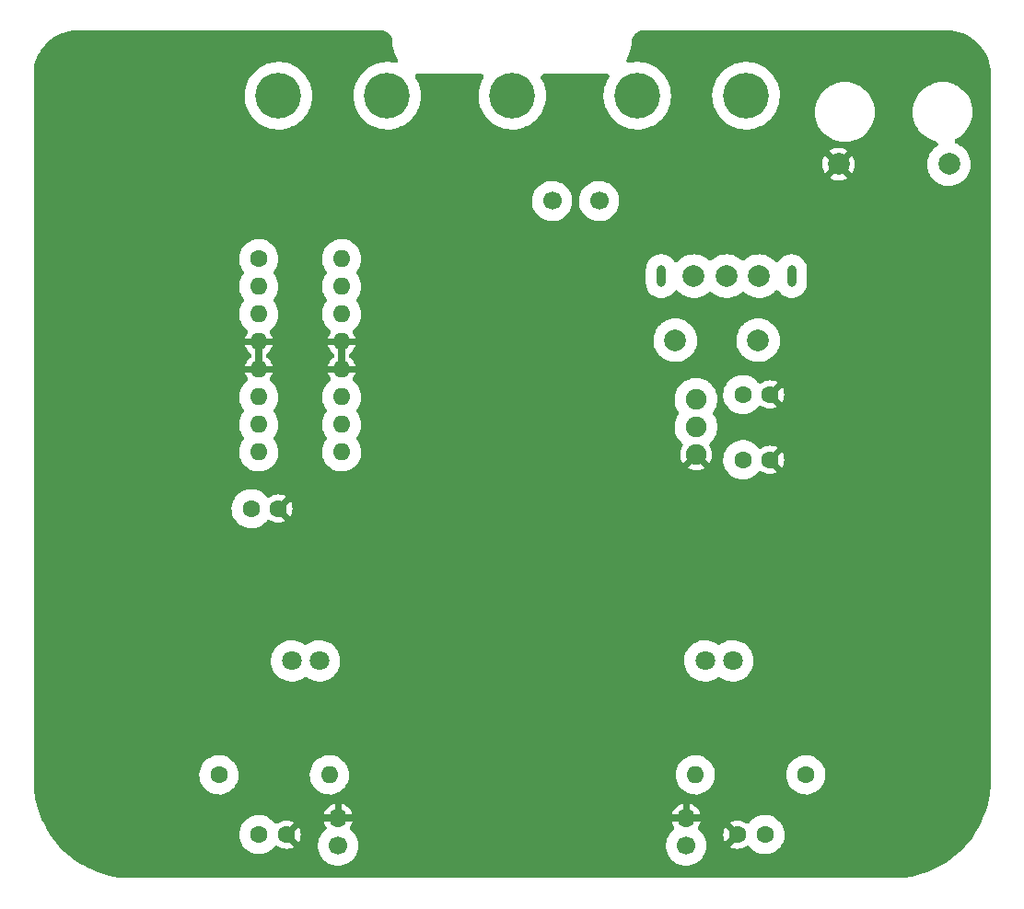
<source format=gbr>
%TF.GenerationSoftware,KiCad,Pcbnew,(6.0.11)*%
%TF.CreationDate,2024-05-31T14:21:27-03:00*%
%TF.ProjectId,bitmovel,6269746d-6f76-4656-9c2e-6b696361645f,rev?*%
%TF.SameCoordinates,Original*%
%TF.FileFunction,Copper,L1,Top*%
%TF.FilePolarity,Positive*%
%FSLAX46Y46*%
G04 Gerber Fmt 4.6, Leading zero omitted, Abs format (unit mm)*
G04 Created by KiCad (PCBNEW (6.0.11)) date 2024-05-31 14:21:27*
%MOMM*%
%LPD*%
G01*
G04 APERTURE LIST*
G04 Aperture macros list*
%AMRoundRect*
0 Rectangle with rounded corners*
0 $1 Rounding radius*
0 $2 $3 $4 $5 $6 $7 $8 $9 X,Y pos of 4 corners*
0 Add a 4 corners polygon primitive as box body*
4,1,4,$2,$3,$4,$5,$6,$7,$8,$9,$2,$3,0*
0 Add four circle primitives for the rounded corners*
1,1,$1+$1,$2,$3*
1,1,$1+$1,$4,$5*
1,1,$1+$1,$6,$7*
1,1,$1+$1,$8,$9*
0 Add four rect primitives between the rounded corners*
20,1,$1+$1,$2,$3,$4,$5,0*
20,1,$1+$1,$4,$5,$6,$7,0*
20,1,$1+$1,$6,$7,$8,$9,0*
20,1,$1+$1,$8,$9,$2,$3,0*%
G04 Aperture macros list end*
%TA.AperFunction,ComponentPad*%
%ADD10C,1.600000*%
%TD*%
%TA.AperFunction,ComponentPad*%
%ADD11O,1.600000X1.600000*%
%TD*%
%TA.AperFunction,ComponentPad*%
%ADD12C,4.200000*%
%TD*%
%TA.AperFunction,ComponentPad*%
%ADD13C,1.800000*%
%TD*%
%TA.AperFunction,ComponentPad*%
%ADD14C,1.905000*%
%TD*%
%TA.AperFunction,WasherPad*%
%ADD15RoundRect,0.400000X0.000000X0.600000X0.000000X0.600000X0.000000X-0.600000X0.000000X-0.600000X0*%
%TD*%
%TA.AperFunction,ComponentPad*%
%ADD16C,2.000000*%
%TD*%
%TA.AperFunction,ComponentPad*%
%ADD17C,1.700000*%
%TD*%
%TA.AperFunction,ComponentPad*%
%ADD18O,1.700000X1.700000*%
%TD*%
G04 APERTURE END LIST*
D10*
%TO.P,R1,1*%
%TO.N,/Vin*%
X177000000Y-112500000D03*
D11*
%TO.P,R1,2*%
%TO.N,Net-(D1-Pad2)*%
X166840000Y-112500000D03*
%TD*%
D12*
%TO.P,J2,*%
%TO.N,*%
X138500000Y-50000000D03*
X150000000Y-50000000D03*
X128500000Y-50000000D03*
X161500000Y-50000000D03*
X171500000Y-50000000D03*
%TD*%
D10*
%TO.P,U2,1,EN1\u002C2*%
%TO.N,Net-(J2-Pad3)*%
X126700000Y-65000000D03*
D11*
%TO.P,U2,2,1A*%
%TO.N,Net-(J2-Pad2)*%
X126700000Y-67540000D03*
%TO.P,U2,3,1Y*%
%TO.N,Net-(J3-Pad1)*%
X126700000Y-70080000D03*
%TO.P,U2,4,GND*%
%TO.N,GND*%
X126700000Y-72620000D03*
%TO.P,U2,5,GND*%
X126700000Y-75160000D03*
%TO.P,U2,6,2Y*%
%TO.N,Net-(J3-Pad2)*%
X126700000Y-77700000D03*
%TO.P,U2,7,2A*%
%TO.N,Net-(J2-Pad1)*%
X126700000Y-80240000D03*
%TO.P,U2,8,VCC2*%
%TO.N,/Vin*%
X126700000Y-82780000D03*
%TO.P,U2,9,EN3\u002C4*%
%TO.N,Net-(J2-Pad6)*%
X134320000Y-82780000D03*
%TO.P,U2,10,3A*%
%TO.N,Net-(J2-Pad5)*%
X134320000Y-80240000D03*
%TO.P,U2,11,3Y*%
%TO.N,Net-(J4-Pad1)*%
X134320000Y-77700000D03*
%TO.P,U2,12,GND*%
%TO.N,GND*%
X134320000Y-75160000D03*
%TO.P,U2,13,GND*%
X134320000Y-72620000D03*
%TO.P,U2,14,4Y*%
%TO.N,Net-(J4-Pad2)*%
X134320000Y-70080000D03*
%TO.P,U2,15,4A*%
%TO.N,Net-(J2-Pad4)*%
X134320000Y-67540000D03*
%TO.P,U2,16,VCC1*%
%TO.N,/Vin*%
X134320000Y-65000000D03*
%TD*%
D13*
%TO.P,REF\u002A\u002A,1*%
%TO.N,Net-(J3-Pad2)*%
X129730000Y-102000000D03*
%TO.P,REF\u002A\u002A,2*%
%TO.N,Net-(J3-Pad1)*%
X132270000Y-102000000D03*
%TD*%
%TO.P,REF\u002A\u002A,1*%
%TO.N,Net-(J4-Pad1)*%
X167730000Y-102000000D03*
%TO.P,REF\u002A\u002A,2*%
%TO.N,Net-(J4-Pad2)*%
X170270000Y-102000000D03*
%TD*%
D14*
%TO.P,U1,1,GND*%
%TO.N,GND*%
X166900000Y-83000000D03*
%TO.P,U1,2,VO*%
%TO.N,/3.3V*%
X166900000Y-80460000D03*
%TO.P,U1,3,VI*%
%TO.N,/Vin*%
X166900000Y-77920000D03*
%TD*%
D15*
%TO.P,SW1,*%
%TO.N,*%
X163700000Y-66600000D03*
X175700000Y-66600000D03*
D16*
%TO.P,SW1,1,A*%
%TO.N,Net-(J1-Pad2)*%
X172700000Y-66600000D03*
%TO.P,SW1,2,B*%
%TO.N,Net-(D3-Pad2)*%
X169700000Y-66600000D03*
%TO.P,SW1,3*%
%TO.N,N/C*%
X166700000Y-66600000D03*
%TD*%
%TO.P,D3,1,K*%
%TO.N,/Vin*%
X165000000Y-72500000D03*
%TO.P,D3,2,A*%
%TO.N,Net-(D3-Pad2)*%
X172620000Y-72500000D03*
%TD*%
D10*
%TO.P,C1,1*%
%TO.N,/Vin*%
X171200000Y-77500000D03*
%TO.P,C1,2*%
%TO.N,GND*%
X173700000Y-77500000D03*
%TD*%
%TO.P,C2,1*%
%TO.N,/3.3V*%
X171200000Y-83500000D03*
%TO.P,C2,2*%
%TO.N,GND*%
X173700000Y-83500000D03*
%TD*%
%TO.P,C3,1*%
%TO.N,/Vin*%
X126000000Y-88000000D03*
%TO.P,C3,2*%
%TO.N,GND*%
X128500000Y-88000000D03*
%TD*%
D16*
%TO.P,J1,1,Pin_1*%
%TO.N,GND*%
X180000000Y-56300000D03*
%TO.P,J1,2,Pin_2*%
%TO.N,Net-(J1-Pad2)*%
X190160000Y-56300000D03*
%TD*%
D10*
%TO.P,D1,1,K*%
%TO.N,GND*%
X170700000Y-118000000D03*
%TO.P,D1,2,A*%
%TO.N,Net-(D1-Pad2)*%
X173240000Y-118000000D03*
%TD*%
%TO.P,R2,1*%
%TO.N,/Vin*%
X123037600Y-112500000D03*
D11*
%TO.P,R2,2*%
%TO.N,Net-(D2-Pad2)*%
X133197600Y-112500000D03*
%TD*%
D10*
%TO.P,D2,1,K*%
%TO.N,GND*%
X129250000Y-118000000D03*
%TO.P,D2,2,A*%
%TO.N,Net-(D2-Pad2)*%
X126710000Y-118000000D03*
%TD*%
D17*
%TO.P,J6,1,Pin_1*%
%TO.N,/Vin*%
X134000000Y-119000000D03*
D18*
%TO.P,J6,2,Pin_2*%
%TO.N,GND*%
X134000000Y-116460000D03*
%TD*%
D17*
%TO.P,J7,1,Pin_1*%
%TO.N,Net-(J2-Pad10)*%
X157988000Y-59690000D03*
%TD*%
%TO.P,J9,1,Pin_1*%
%TO.N,/Vin*%
X166000000Y-119000000D03*
D18*
%TO.P,J9,2,Pin_2*%
%TO.N,GND*%
X166000000Y-116460000D03*
%TD*%
D17*
%TO.P,J8,1,Pin_1*%
%TO.N,Net-(J2-Pad9)*%
X153670000Y-59690000D03*
%TD*%
%TA.AperFunction,Conductor*%
%TO.N,GND*%
G36*
X137957513Y-44002052D02*
G01*
X137973855Y-44003885D01*
X137973856Y-44003885D01*
X137985963Y-44005243D01*
X137998101Y-44004224D01*
X137998108Y-44004224D01*
X137999525Y-44004105D01*
X138042048Y-44004179D01*
X138151866Y-44013787D01*
X138194599Y-44021322D01*
X138320810Y-44055140D01*
X138361594Y-44069984D01*
X138480004Y-44125200D01*
X138517591Y-44146900D01*
X138624620Y-44221843D01*
X138657869Y-44249742D01*
X138750258Y-44342131D01*
X138778157Y-44375380D01*
X138853099Y-44482408D01*
X138874800Y-44519996D01*
X138930015Y-44638404D01*
X138944861Y-44679192D01*
X138978678Y-44805401D01*
X138986214Y-44848144D01*
X138995166Y-44950463D01*
X138996047Y-44974463D01*
X138994757Y-44985963D01*
X138995777Y-44998105D01*
X138995750Y-45000000D01*
X138995382Y-45000000D01*
X138995553Y-45003265D01*
X138995553Y-45003266D01*
X138998131Y-45052452D01*
X139011842Y-45314068D01*
X139061040Y-45624695D01*
X139142438Y-45928478D01*
X139255145Y-46222088D01*
X139397924Y-46502309D01*
X139432281Y-46555214D01*
X139458331Y-46595328D01*
X139494333Y-46685567D01*
X139493061Y-46782713D01*
X139454709Y-46871979D01*
X139385117Y-46939772D01*
X139294878Y-46975774D01*
X139206264Y-46976160D01*
X138867690Y-46916460D01*
X138693247Y-46905485D01*
X138528617Y-46895127D01*
X138528609Y-46895127D01*
X138521680Y-46894691D01*
X138282502Y-46906389D01*
X138182347Y-46911287D01*
X138182344Y-46911287D01*
X138175399Y-46911627D01*
X138001627Y-46939772D01*
X137840040Y-46965943D01*
X137840034Y-46965944D01*
X137833164Y-46967057D01*
X137826456Y-46968930D01*
X137826451Y-46968931D01*
X137716663Y-46999585D01*
X137499241Y-47060290D01*
X137177791Y-47190164D01*
X136872822Y-47355060D01*
X136839762Y-47378037D01*
X136593848Y-47548951D01*
X136593840Y-47548957D01*
X136588134Y-47552923D01*
X136327276Y-47781287D01*
X136093499Y-48037306D01*
X136089417Y-48042924D01*
X136089414Y-48042928D01*
X135989803Y-48180031D01*
X135889717Y-48317787D01*
X135718470Y-48619237D01*
X135662639Y-48749500D01*
X135587237Y-48925428D01*
X135581893Y-48937896D01*
X135579883Y-48944552D01*
X135579882Y-48944556D01*
X135487590Y-49250240D01*
X135481687Y-49269793D01*
X135419102Y-49610792D01*
X135394918Y-49956642D01*
X135395209Y-49963587D01*
X135395209Y-49963594D01*
X135406364Y-50229733D01*
X135409436Y-50303032D01*
X135462475Y-50645646D01*
X135464294Y-50652342D01*
X135464296Y-50652350D01*
X135496880Y-50772278D01*
X135553375Y-50980212D01*
X135555937Y-50986682D01*
X135555939Y-50986689D01*
X135604400Y-51109088D01*
X135681001Y-51302560D01*
X135684265Y-51308699D01*
X135684267Y-51308703D01*
X135840499Y-51602532D01*
X135840505Y-51602542D01*
X135843765Y-51608673D01*
X136039636Y-51894736D01*
X136266173Y-52157182D01*
X136520553Y-52392740D01*
X136621769Y-52467363D01*
X136794001Y-52594344D01*
X136794009Y-52594349D01*
X136799605Y-52598475D01*
X137099852Y-52771823D01*
X137417550Y-52910621D01*
X137748739Y-53013142D01*
X138089293Y-53078106D01*
X138096218Y-53078639D01*
X138096219Y-53078639D01*
X138428036Y-53104171D01*
X138428040Y-53104171D01*
X138434966Y-53104704D01*
X138781449Y-53092604D01*
X139037661Y-53054770D01*
X139117551Y-53042973D01*
X139117553Y-53042973D01*
X139124424Y-53041958D01*
X139459617Y-52953397D01*
X139569899Y-52910621D01*
X139776360Y-52830540D01*
X139776367Y-52830537D01*
X139782848Y-52828023D01*
X139844483Y-52795801D01*
X140083928Y-52670623D01*
X140083936Y-52670618D01*
X140090090Y-52667401D01*
X140198402Y-52594344D01*
X140371739Y-52477427D01*
X140371744Y-52477423D01*
X140377513Y-52473532D01*
X140641534Y-52248832D01*
X140878863Y-51996103D01*
X141086541Y-51718494D01*
X141150973Y-51608673D01*
X141258455Y-51425473D01*
X141261980Y-51419465D01*
X141363803Y-51190769D01*
X141400170Y-51109088D01*
X141400173Y-51109080D01*
X141402994Y-51102744D01*
X141507824Y-50772278D01*
X141531571Y-50652350D01*
X141573812Y-50439013D01*
X141575164Y-50432186D01*
X141604174Y-50086707D01*
X141605385Y-50000000D01*
X141586032Y-49653846D01*
X141528214Y-49312007D01*
X141432652Y-48978742D01*
X141415817Y-48937896D01*
X141345592Y-48767518D01*
X141300537Y-48658207D01*
X141133516Y-48354397D01*
X141112076Y-48324004D01*
X141072637Y-48235214D01*
X141070178Y-48138090D01*
X141105075Y-48047419D01*
X141172013Y-47977003D01*
X141260803Y-47937564D01*
X141367305Y-47936911D01*
X141369012Y-47937274D01*
X141375305Y-47938960D01*
X141381746Y-47939980D01*
X141381750Y-47939981D01*
X141548859Y-47966448D01*
X141685932Y-47988158D01*
X141692434Y-47988499D01*
X141692436Y-47988499D01*
X141881425Y-47998404D01*
X141890447Y-47999225D01*
X141894880Y-48000151D01*
X141901539Y-48000500D01*
X141914901Y-48000500D01*
X141927932Y-48000841D01*
X141938427Y-48001391D01*
X141956603Y-48003013D01*
X141971929Y-48004949D01*
X141986307Y-48005150D01*
X141993044Y-48005244D01*
X141993046Y-48005244D01*
X142000000Y-48005341D01*
X142037255Y-48001688D01*
X142061554Y-48000500D01*
X147142137Y-48000500D01*
X147237425Y-48019454D01*
X147318207Y-48073430D01*
X147372183Y-48154212D01*
X147391137Y-48249500D01*
X147372183Y-48344788D01*
X147358642Y-48372490D01*
X147218470Y-48619237D01*
X147162639Y-48749500D01*
X147087237Y-48925428D01*
X147081893Y-48937896D01*
X147079883Y-48944552D01*
X147079882Y-48944556D01*
X146987590Y-49250240D01*
X146981687Y-49269793D01*
X146919102Y-49610792D01*
X146894918Y-49956642D01*
X146895209Y-49963587D01*
X146895209Y-49963594D01*
X146906364Y-50229733D01*
X146909436Y-50303032D01*
X146962475Y-50645646D01*
X146964294Y-50652342D01*
X146964296Y-50652350D01*
X146996880Y-50772278D01*
X147053375Y-50980212D01*
X147055937Y-50986682D01*
X147055939Y-50986689D01*
X147104400Y-51109088D01*
X147181001Y-51302560D01*
X147184265Y-51308699D01*
X147184267Y-51308703D01*
X147340499Y-51602532D01*
X147340505Y-51602542D01*
X147343765Y-51608673D01*
X147539636Y-51894736D01*
X147766173Y-52157182D01*
X148020553Y-52392740D01*
X148121769Y-52467363D01*
X148294001Y-52594344D01*
X148294009Y-52594349D01*
X148299605Y-52598475D01*
X148599852Y-52771823D01*
X148917550Y-52910621D01*
X149248739Y-53013142D01*
X149589293Y-53078106D01*
X149596218Y-53078639D01*
X149596219Y-53078639D01*
X149928036Y-53104171D01*
X149928040Y-53104171D01*
X149934966Y-53104704D01*
X150281449Y-53092604D01*
X150537661Y-53054770D01*
X150617551Y-53042973D01*
X150617553Y-53042973D01*
X150624424Y-53041958D01*
X150959617Y-52953397D01*
X151069899Y-52910621D01*
X151276360Y-52830540D01*
X151276367Y-52830537D01*
X151282848Y-52828023D01*
X151344483Y-52795801D01*
X151583928Y-52670623D01*
X151583936Y-52670618D01*
X151590090Y-52667401D01*
X151698402Y-52594344D01*
X151871739Y-52477427D01*
X151871744Y-52477423D01*
X151877513Y-52473532D01*
X152141534Y-52248832D01*
X152378863Y-51996103D01*
X152586541Y-51718494D01*
X152650973Y-51608673D01*
X152758455Y-51425473D01*
X152761980Y-51419465D01*
X152863803Y-51190769D01*
X152900170Y-51109088D01*
X152900173Y-51109080D01*
X152902994Y-51102744D01*
X153007824Y-50772278D01*
X153031571Y-50652350D01*
X153073812Y-50439013D01*
X153075164Y-50432186D01*
X153104174Y-50086707D01*
X153105385Y-50000000D01*
X153086032Y-49653846D01*
X153028214Y-49312007D01*
X152932652Y-48978742D01*
X152915817Y-48937896D01*
X152845592Y-48767518D01*
X152800537Y-48658207D01*
X152641795Y-48369456D01*
X152612499Y-48276824D01*
X152620882Y-48180031D01*
X152665668Y-48093815D01*
X152740038Y-48031300D01*
X152832671Y-48002004D01*
X152859995Y-48000500D01*
X157921042Y-48000500D01*
X157952250Y-48002463D01*
X157971929Y-48004949D01*
X157985964Y-48005145D01*
X157993043Y-48005244D01*
X157993046Y-48005244D01*
X158000000Y-48005341D01*
X158010222Y-48004339D01*
X158021462Y-48003493D01*
X158253087Y-47991354D01*
X158307564Y-47988499D01*
X158307566Y-47988499D01*
X158314068Y-47988158D01*
X158624695Y-47938960D01*
X158630497Y-47937405D01*
X158727510Y-47936138D01*
X158817747Y-47972142D01*
X158887337Y-48039938D01*
X158925685Y-48129205D01*
X158926954Y-48226352D01*
X158891792Y-48314932D01*
X158889717Y-48317787D01*
X158886285Y-48323828D01*
X158886282Y-48323833D01*
X158860364Y-48369457D01*
X158718470Y-48619237D01*
X158662639Y-48749500D01*
X158587237Y-48925428D01*
X158581893Y-48937896D01*
X158579883Y-48944552D01*
X158579882Y-48944556D01*
X158487590Y-49250240D01*
X158481687Y-49269793D01*
X158419102Y-49610792D01*
X158394918Y-49956642D01*
X158395209Y-49963587D01*
X158395209Y-49963594D01*
X158406364Y-50229733D01*
X158409436Y-50303032D01*
X158462475Y-50645646D01*
X158464294Y-50652342D01*
X158464296Y-50652350D01*
X158496880Y-50772278D01*
X158553375Y-50980212D01*
X158555937Y-50986682D01*
X158555939Y-50986689D01*
X158604400Y-51109088D01*
X158681001Y-51302560D01*
X158684265Y-51308699D01*
X158684267Y-51308703D01*
X158840499Y-51602532D01*
X158840505Y-51602542D01*
X158843765Y-51608673D01*
X159039636Y-51894736D01*
X159266173Y-52157182D01*
X159520553Y-52392740D01*
X159621769Y-52467363D01*
X159794001Y-52594344D01*
X159794009Y-52594349D01*
X159799605Y-52598475D01*
X160099852Y-52771823D01*
X160417550Y-52910621D01*
X160748739Y-53013142D01*
X161089293Y-53078106D01*
X161096218Y-53078639D01*
X161096219Y-53078639D01*
X161428036Y-53104171D01*
X161428040Y-53104171D01*
X161434966Y-53104704D01*
X161781449Y-53092604D01*
X162037661Y-53054770D01*
X162117551Y-53042973D01*
X162117553Y-53042973D01*
X162124424Y-53041958D01*
X162459617Y-52953397D01*
X162569899Y-52910621D01*
X162776360Y-52830540D01*
X162776367Y-52830537D01*
X162782848Y-52828023D01*
X162844483Y-52795801D01*
X163083928Y-52670623D01*
X163083936Y-52670618D01*
X163090090Y-52667401D01*
X163198402Y-52594344D01*
X163371739Y-52477427D01*
X163371744Y-52477423D01*
X163377513Y-52473532D01*
X163641534Y-52248832D01*
X163878863Y-51996103D01*
X164086541Y-51718494D01*
X164150973Y-51608673D01*
X164258455Y-51425473D01*
X164261980Y-51419465D01*
X164363803Y-51190769D01*
X164400170Y-51109088D01*
X164400173Y-51109080D01*
X164402994Y-51102744D01*
X164507824Y-50772278D01*
X164531571Y-50652350D01*
X164573812Y-50439013D01*
X164575164Y-50432186D01*
X164604174Y-50086707D01*
X164605385Y-50000000D01*
X164602961Y-49956642D01*
X168394918Y-49956642D01*
X168395209Y-49963587D01*
X168395209Y-49963594D01*
X168406364Y-50229733D01*
X168409436Y-50303032D01*
X168462475Y-50645646D01*
X168464294Y-50652342D01*
X168464296Y-50652350D01*
X168496880Y-50772278D01*
X168553375Y-50980212D01*
X168555937Y-50986682D01*
X168555939Y-50986689D01*
X168604400Y-51109088D01*
X168681001Y-51302560D01*
X168684265Y-51308699D01*
X168684267Y-51308703D01*
X168840499Y-51602532D01*
X168840505Y-51602542D01*
X168843765Y-51608673D01*
X169039636Y-51894736D01*
X169266173Y-52157182D01*
X169520553Y-52392740D01*
X169621769Y-52467363D01*
X169794001Y-52594344D01*
X169794009Y-52594349D01*
X169799605Y-52598475D01*
X170099852Y-52771823D01*
X170417550Y-52910621D01*
X170748739Y-53013142D01*
X171089293Y-53078106D01*
X171096218Y-53078639D01*
X171096219Y-53078639D01*
X171428036Y-53104171D01*
X171428040Y-53104171D01*
X171434966Y-53104704D01*
X171781449Y-53092604D01*
X172037661Y-53054770D01*
X172117551Y-53042973D01*
X172117553Y-53042973D01*
X172124424Y-53041958D01*
X172459617Y-52953397D01*
X172569899Y-52910621D01*
X172776360Y-52830540D01*
X172776367Y-52830537D01*
X172782848Y-52828023D01*
X172844483Y-52795801D01*
X173083928Y-52670623D01*
X173083936Y-52670618D01*
X173090090Y-52667401D01*
X173198402Y-52594344D01*
X173371739Y-52477427D01*
X173371744Y-52477423D01*
X173377513Y-52473532D01*
X173641534Y-52248832D01*
X173878863Y-51996103D01*
X174086541Y-51718494D01*
X174150973Y-51608673D01*
X174223195Y-51485572D01*
X177824511Y-51485572D01*
X177824923Y-51493059D01*
X177824923Y-51493063D01*
X177837330Y-51718494D01*
X177842735Y-51816712D01*
X177844042Y-51824088D01*
X177844043Y-51824095D01*
X177899299Y-52135881D01*
X177900608Y-52143265D01*
X177902793Y-52150435D01*
X177902794Y-52150438D01*
X177931234Y-52243751D01*
X177997294Y-52460500D01*
X178000327Y-52467362D01*
X178000328Y-52467363D01*
X178090189Y-52670623D01*
X178131391Y-52763821D01*
X178300957Y-53048836D01*
X178305535Y-53054769D01*
X178305535Y-53054770D01*
X178343872Y-53104461D01*
X178503536Y-53311415D01*
X178736193Y-53547756D01*
X178995558Y-53754434D01*
X179001940Y-53758368D01*
X179001943Y-53758370D01*
X179271488Y-53924519D01*
X179271493Y-53924521D01*
X179277874Y-53928455D01*
X179459413Y-54012146D01*
X179572250Y-54064165D01*
X179572254Y-54064167D01*
X179579051Y-54067300D01*
X179743823Y-54120361D01*
X179887594Y-54166660D01*
X179887599Y-54166661D01*
X179894728Y-54168957D01*
X179902079Y-54170379D01*
X179902086Y-54170381D01*
X180212981Y-54230531D01*
X180212985Y-54230531D01*
X180220332Y-54231953D01*
X180332931Y-54239925D01*
X180477897Y-54250190D01*
X180477904Y-54250190D01*
X180482279Y-54250500D01*
X180663386Y-54250500D01*
X180911040Y-54235570D01*
X180938631Y-54230531D01*
X181229907Y-54177335D01*
X181229916Y-54177333D01*
X181237285Y-54175987D01*
X181244441Y-54173765D01*
X181244445Y-54173764D01*
X181500758Y-54094176D01*
X181554009Y-54077641D01*
X181856625Y-53941958D01*
X181889216Y-53922337D01*
X182134334Y-53774764D01*
X182134339Y-53774760D01*
X182140748Y-53770902D01*
X182146647Y-53766302D01*
X182146655Y-53766296D01*
X182396354Y-53571559D01*
X182402263Y-53566951D01*
X182637382Y-53333060D01*
X182654446Y-53311415D01*
X182838057Y-53078506D01*
X182838061Y-53078500D01*
X182842699Y-53072617D01*
X183015240Y-52789393D01*
X183100462Y-52601958D01*
X183149401Y-52494323D01*
X183149403Y-52494317D01*
X183152506Y-52487493D01*
X183155690Y-52477427D01*
X183250247Y-52178440D01*
X183252509Y-52171288D01*
X183313799Y-51845359D01*
X183335489Y-51514428D01*
X183333901Y-51485572D01*
X186824511Y-51485572D01*
X186824923Y-51493059D01*
X186824923Y-51493063D01*
X186837330Y-51718494D01*
X186842735Y-51816712D01*
X186844042Y-51824088D01*
X186844043Y-51824095D01*
X186899299Y-52135881D01*
X186900608Y-52143265D01*
X186902793Y-52150435D01*
X186902794Y-52150438D01*
X186931234Y-52243751D01*
X186997294Y-52460500D01*
X187000327Y-52467362D01*
X187000328Y-52467363D01*
X187090189Y-52670623D01*
X187131391Y-52763821D01*
X187300957Y-53048836D01*
X187305535Y-53054769D01*
X187305535Y-53054770D01*
X187343872Y-53104461D01*
X187503536Y-53311415D01*
X187736193Y-53547756D01*
X187995558Y-53754434D01*
X188001940Y-53758368D01*
X188001943Y-53758370D01*
X188271488Y-53924519D01*
X188271493Y-53924521D01*
X188277874Y-53928455D01*
X188459413Y-54012146D01*
X188572250Y-54064165D01*
X188572254Y-54064167D01*
X188579051Y-54067300D01*
X188743823Y-54120361D01*
X188887594Y-54166660D01*
X188887599Y-54166661D01*
X188894728Y-54168957D01*
X188902085Y-54170380D01*
X188902099Y-54170384D01*
X188960344Y-54181653D01*
X189050297Y-54218362D01*
X189119354Y-54286700D01*
X189157003Y-54376264D01*
X189157511Y-54473418D01*
X189120802Y-54563371D01*
X189057817Y-54628707D01*
X188888740Y-54749531D01*
X188888735Y-54749535D01*
X188881576Y-54754651D01*
X188832556Y-54801414D01*
X188682966Y-54944114D01*
X188682961Y-54944119D01*
X188676588Y-54950199D01*
X188671132Y-54957120D01*
X188671131Y-54957121D01*
X188639331Y-54997460D01*
X188501199Y-55172680D01*
X188358907Y-55417654D01*
X188355604Y-55425810D01*
X188355601Y-55425815D01*
X188298895Y-55565816D01*
X188252552Y-55680232D01*
X188230001Y-55771016D01*
X188205418Y-55869982D01*
X188184255Y-55955177D01*
X188155380Y-56237002D01*
X188166502Y-56520084D01*
X188168083Y-56528742D01*
X188168084Y-56528749D01*
X188198992Y-56697985D01*
X188217400Y-56798775D01*
X188220187Y-56807128D01*
X188220187Y-56807129D01*
X188280311Y-56987342D01*
X188307058Y-57067514D01*
X188310989Y-57075381D01*
X188310991Y-57075386D01*
X188429755Y-57313071D01*
X188429759Y-57313077D01*
X188433687Y-57320939D01*
X188438690Y-57328177D01*
X188589753Y-57546748D01*
X188589758Y-57546754D01*
X188594761Y-57553993D01*
X188787065Y-57762027D01*
X188801215Y-57773547D01*
X188999934Y-57935329D01*
X188999938Y-57935332D01*
X189006764Y-57940889D01*
X189014308Y-57945431D01*
X189014311Y-57945433D01*
X189090687Y-57991415D01*
X189249472Y-58087012D01*
X189362994Y-58135082D01*
X189502233Y-58194042D01*
X189502236Y-58194043D01*
X189510348Y-58197478D01*
X189784186Y-58270085D01*
X190065523Y-58303384D01*
X190348745Y-58296709D01*
X190628200Y-58250195D01*
X190898314Y-58164769D01*
X191153697Y-58042136D01*
X191389253Y-57884743D01*
X191417321Y-57859604D01*
X191593721Y-57701606D01*
X191593724Y-57701603D01*
X191600281Y-57695730D01*
X191782573Y-57478868D01*
X191885973Y-57313071D01*
X191927831Y-57245955D01*
X191927835Y-57245948D01*
X191932489Y-57238485D01*
X192047040Y-56979376D01*
X192079795Y-56863237D01*
X192121548Y-56715190D01*
X192123939Y-56706712D01*
X192161652Y-56425933D01*
X192165610Y-56300000D01*
X192165143Y-56293394D01*
X192146223Y-56026198D01*
X192145601Y-56017407D01*
X192085975Y-55740453D01*
X191987920Y-55474663D01*
X191853393Y-55225340D01*
X191809388Y-55165761D01*
X191690306Y-55004538D01*
X191690305Y-55004537D01*
X191685078Y-54997460D01*
X191486334Y-54795570D01*
X191432718Y-54754651D01*
X191268127Y-54629039D01*
X191261126Y-54623696D01*
X191253447Y-54619395D01*
X191253443Y-54619393D01*
X191021634Y-54489575D01*
X191013947Y-54485270D01*
X190835527Y-54416244D01*
X190753498Y-54364187D01*
X190697633Y-54284700D01*
X190676439Y-54189885D01*
X190693143Y-54094176D01*
X190745201Y-54012146D01*
X190823498Y-53956811D01*
X190856625Y-53941958D01*
X190889216Y-53922337D01*
X191134334Y-53774764D01*
X191134339Y-53774760D01*
X191140748Y-53770902D01*
X191146647Y-53766302D01*
X191146655Y-53766296D01*
X191396354Y-53571559D01*
X191402263Y-53566951D01*
X191637382Y-53333060D01*
X191654446Y-53311415D01*
X191838057Y-53078506D01*
X191838061Y-53078500D01*
X191842699Y-53072617D01*
X192015240Y-52789393D01*
X192100462Y-52601958D01*
X192149401Y-52494323D01*
X192149403Y-52494317D01*
X192152506Y-52487493D01*
X192155690Y-52477427D01*
X192250247Y-52178440D01*
X192252509Y-52171288D01*
X192313799Y-51845359D01*
X192335489Y-51514428D01*
X192333489Y-51478085D01*
X192317677Y-51190769D01*
X192317676Y-51190764D01*
X192317265Y-51183288D01*
X192313516Y-51162130D01*
X192260701Y-50864119D01*
X192260700Y-50864113D01*
X192259392Y-50856735D01*
X192248672Y-50821560D01*
X192164894Y-50546679D01*
X192162706Y-50539500D01*
X192115263Y-50432186D01*
X192031641Y-50243037D01*
X192031640Y-50243036D01*
X192028609Y-50236179D01*
X191859043Y-49951164D01*
X191656464Y-49688585D01*
X191423807Y-49452244D01*
X191164442Y-49245566D01*
X191158057Y-49241630D01*
X190888512Y-49075481D01*
X190888507Y-49075479D01*
X190882126Y-49071545D01*
X190606667Y-48944556D01*
X190587750Y-48935835D01*
X190587746Y-48935833D01*
X190580949Y-48932700D01*
X190416177Y-48879639D01*
X190272406Y-48833340D01*
X190272401Y-48833339D01*
X190265272Y-48831043D01*
X190257921Y-48829621D01*
X190257914Y-48829619D01*
X189947019Y-48769469D01*
X189947015Y-48769469D01*
X189939668Y-48768047D01*
X189827069Y-48760075D01*
X189682103Y-48749810D01*
X189682096Y-48749810D01*
X189677721Y-48749500D01*
X189496614Y-48749500D01*
X189248960Y-48764430D01*
X189241579Y-48765778D01*
X188930093Y-48822665D01*
X188930084Y-48822667D01*
X188922715Y-48824013D01*
X188915559Y-48826235D01*
X188915555Y-48826236D01*
X188892677Y-48833340D01*
X188605991Y-48922359D01*
X188599147Y-48925428D01*
X188599146Y-48925428D01*
X188556485Y-48944556D01*
X188303375Y-49058042D01*
X188296956Y-49061906D01*
X188296957Y-49061906D01*
X188025666Y-49225236D01*
X188025661Y-49225240D01*
X188019252Y-49229098D01*
X188013353Y-49233698D01*
X188013345Y-49233704D01*
X187921519Y-49305318D01*
X187757737Y-49433049D01*
X187522618Y-49666940D01*
X187517986Y-49672815D01*
X187517983Y-49672819D01*
X187321943Y-49921494D01*
X187321939Y-49921500D01*
X187317301Y-49927383D01*
X187144760Y-50210607D01*
X187141655Y-50217436D01*
X187141654Y-50217438D01*
X187040910Y-50439013D01*
X187007494Y-50512507D01*
X186907491Y-50828712D01*
X186846201Y-51154641D01*
X186824511Y-51485572D01*
X183333901Y-51485572D01*
X183333489Y-51478085D01*
X183317677Y-51190769D01*
X183317676Y-51190764D01*
X183317265Y-51183288D01*
X183313516Y-51162130D01*
X183260701Y-50864119D01*
X183260700Y-50864113D01*
X183259392Y-50856735D01*
X183248672Y-50821560D01*
X183164894Y-50546679D01*
X183162706Y-50539500D01*
X183115263Y-50432186D01*
X183031641Y-50243037D01*
X183031640Y-50243036D01*
X183028609Y-50236179D01*
X182859043Y-49951164D01*
X182656464Y-49688585D01*
X182423807Y-49452244D01*
X182164442Y-49245566D01*
X182158057Y-49241630D01*
X181888512Y-49075481D01*
X181888507Y-49075479D01*
X181882126Y-49071545D01*
X181606667Y-48944556D01*
X181587750Y-48935835D01*
X181587746Y-48935833D01*
X181580949Y-48932700D01*
X181416177Y-48879639D01*
X181272406Y-48833340D01*
X181272401Y-48833339D01*
X181265272Y-48831043D01*
X181257921Y-48829621D01*
X181257914Y-48829619D01*
X180947019Y-48769469D01*
X180947015Y-48769469D01*
X180939668Y-48768047D01*
X180827069Y-48760075D01*
X180682103Y-48749810D01*
X180682096Y-48749810D01*
X180677721Y-48749500D01*
X180496614Y-48749500D01*
X180248960Y-48764430D01*
X180241579Y-48765778D01*
X179930093Y-48822665D01*
X179930084Y-48822667D01*
X179922715Y-48824013D01*
X179915559Y-48826235D01*
X179915555Y-48826236D01*
X179892677Y-48833340D01*
X179605991Y-48922359D01*
X179599147Y-48925428D01*
X179599146Y-48925428D01*
X179556485Y-48944556D01*
X179303375Y-49058042D01*
X179296956Y-49061906D01*
X179296957Y-49061906D01*
X179025666Y-49225236D01*
X179025661Y-49225240D01*
X179019252Y-49229098D01*
X179013353Y-49233698D01*
X179013345Y-49233704D01*
X178921519Y-49305318D01*
X178757737Y-49433049D01*
X178522618Y-49666940D01*
X178517986Y-49672815D01*
X178517983Y-49672819D01*
X178321943Y-49921494D01*
X178321939Y-49921500D01*
X178317301Y-49927383D01*
X178144760Y-50210607D01*
X178141655Y-50217436D01*
X178141654Y-50217438D01*
X178040910Y-50439013D01*
X178007494Y-50512507D01*
X177907491Y-50828712D01*
X177846201Y-51154641D01*
X177824511Y-51485572D01*
X174223195Y-51485572D01*
X174258455Y-51425473D01*
X174261980Y-51419465D01*
X174363803Y-51190769D01*
X174400170Y-51109088D01*
X174400173Y-51109080D01*
X174402994Y-51102744D01*
X174507824Y-50772278D01*
X174531571Y-50652350D01*
X174573812Y-50439013D01*
X174575164Y-50432186D01*
X174604174Y-50086707D01*
X174605385Y-50000000D01*
X174586032Y-49653846D01*
X174528214Y-49312007D01*
X174432652Y-48978742D01*
X174415817Y-48937896D01*
X174345592Y-48767518D01*
X174300537Y-48658207D01*
X174133516Y-48354397D01*
X174129513Y-48348722D01*
X174129509Y-48348716D01*
X173937676Y-48076776D01*
X173933670Y-48071097D01*
X173908661Y-48042928D01*
X173708104Y-47817036D01*
X173703490Y-47811839D01*
X173698319Y-47807183D01*
X173451016Y-47584511D01*
X173451015Y-47584510D01*
X173445846Y-47579856D01*
X173440200Y-47575814D01*
X173440194Y-47575809D01*
X173169599Y-47382083D01*
X173163948Y-47378037D01*
X172861311Y-47208898D01*
X172541706Y-47074549D01*
X172209117Y-46976663D01*
X172202271Y-46975456D01*
X172202263Y-46975454D01*
X171999898Y-46939772D01*
X171867690Y-46916460D01*
X171693247Y-46905485D01*
X171528617Y-46895127D01*
X171528609Y-46895127D01*
X171521680Y-46894691D01*
X171282502Y-46906389D01*
X171182347Y-46911287D01*
X171182344Y-46911287D01*
X171175399Y-46911627D01*
X171001627Y-46939772D01*
X170840040Y-46965943D01*
X170840034Y-46965944D01*
X170833164Y-46967057D01*
X170826456Y-46968930D01*
X170826451Y-46968931D01*
X170716663Y-46999585D01*
X170499241Y-47060290D01*
X170177791Y-47190164D01*
X169872822Y-47355060D01*
X169839762Y-47378037D01*
X169593848Y-47548951D01*
X169593840Y-47548957D01*
X169588134Y-47552923D01*
X169327276Y-47781287D01*
X169093499Y-48037306D01*
X169089417Y-48042924D01*
X169089414Y-48042928D01*
X168989803Y-48180031D01*
X168889717Y-48317787D01*
X168718470Y-48619237D01*
X168662639Y-48749500D01*
X168587237Y-48925428D01*
X168581893Y-48937896D01*
X168579883Y-48944552D01*
X168579882Y-48944556D01*
X168487590Y-49250240D01*
X168481687Y-49269793D01*
X168419102Y-49610792D01*
X168394918Y-49956642D01*
X164602961Y-49956642D01*
X164586032Y-49653846D01*
X164528214Y-49312007D01*
X164432652Y-48978742D01*
X164415817Y-48937896D01*
X164345592Y-48767518D01*
X164300537Y-48658207D01*
X164133516Y-48354397D01*
X164129513Y-48348722D01*
X164129509Y-48348716D01*
X163937676Y-48076776D01*
X163933670Y-48071097D01*
X163908661Y-48042928D01*
X163708104Y-47817036D01*
X163703490Y-47811839D01*
X163698319Y-47807183D01*
X163451016Y-47584511D01*
X163451015Y-47584510D01*
X163445846Y-47579856D01*
X163440200Y-47575814D01*
X163440194Y-47575809D01*
X163169599Y-47382083D01*
X163163948Y-47378037D01*
X162861311Y-47208898D01*
X162541706Y-47074549D01*
X162209117Y-46976663D01*
X162202271Y-46975456D01*
X162202263Y-46975454D01*
X161999898Y-46939772D01*
X161867690Y-46916460D01*
X161693247Y-46905485D01*
X161528617Y-46895127D01*
X161528609Y-46895127D01*
X161521680Y-46894691D01*
X161282502Y-46906389D01*
X161182347Y-46911287D01*
X161182344Y-46911287D01*
X161175399Y-46911627D01*
X161001627Y-46939772D01*
X160840040Y-46965943D01*
X160840034Y-46965944D01*
X160833164Y-46967057D01*
X160816920Y-46971592D01*
X160720050Y-46978961D01*
X160627729Y-46948696D01*
X160554017Y-46885406D01*
X160510136Y-46798725D01*
X160502767Y-46701850D01*
X160533032Y-46609529D01*
X160541136Y-46596148D01*
X160598525Y-46507778D01*
X160598530Y-46507769D01*
X160602076Y-46502309D01*
X160744855Y-46222088D01*
X160857562Y-45928478D01*
X160938960Y-45624695D01*
X160988158Y-45314068D01*
X161001391Y-45061576D01*
X161003014Y-45043399D01*
X161003766Y-45037449D01*
X161003772Y-45037392D01*
X161004077Y-45034977D01*
X161004077Y-45034976D01*
X161004949Y-45028071D01*
X161005341Y-45000000D01*
X161004662Y-44993075D01*
X161004371Y-44986131D01*
X161004982Y-44986105D01*
X161004796Y-44950900D01*
X161013786Y-44848141D01*
X161021322Y-44805401D01*
X161055139Y-44679192D01*
X161069985Y-44638404D01*
X161125200Y-44519996D01*
X161146901Y-44482408D01*
X161221843Y-44375380D01*
X161249742Y-44342131D01*
X161342131Y-44249742D01*
X161375380Y-44221843D01*
X161482409Y-44146900D01*
X161519996Y-44125200D01*
X161638406Y-44069984D01*
X161679190Y-44055140D01*
X161805401Y-44021322D01*
X161848143Y-44013786D01*
X161950460Y-44004834D01*
X161974465Y-44003953D01*
X161985963Y-44005243D01*
X161998098Y-44004224D01*
X161998100Y-44004224D01*
X162032051Y-44001373D01*
X162052886Y-44000500D01*
X189929758Y-44000500D01*
X189957513Y-44002052D01*
X189973855Y-44003885D01*
X189973856Y-44003885D01*
X189985963Y-44005243D01*
X190011239Y-44003121D01*
X190043557Y-44002514D01*
X190357530Y-44017029D01*
X190380422Y-44019151D01*
X190723510Y-44067009D01*
X190746103Y-44071233D01*
X191083317Y-44150544D01*
X191105423Y-44156834D01*
X191299384Y-44221843D01*
X191433869Y-44266918D01*
X191455315Y-44275226D01*
X191772202Y-44415145D01*
X191792788Y-44425396D01*
X192095406Y-44593955D01*
X192114958Y-44606061D01*
X192400744Y-44801828D01*
X192419099Y-44815689D01*
X192685585Y-45036976D01*
X192702582Y-45052470D01*
X192947530Y-45297418D01*
X192963024Y-45314415D01*
X193184311Y-45580901D01*
X193198172Y-45599256D01*
X193393939Y-45885042D01*
X193406045Y-45904594D01*
X193574604Y-46207212D01*
X193584857Y-46227802D01*
X193724774Y-46544685D01*
X193733082Y-46566131D01*
X193840093Y-46885406D01*
X193843164Y-46894570D01*
X193849456Y-46916683D01*
X193918984Y-47212297D01*
X193928766Y-47253889D01*
X193932991Y-47276490D01*
X193975958Y-47584511D01*
X193980849Y-47619573D01*
X193982971Y-47642470D01*
X193989388Y-47781287D01*
X193996746Y-47940439D01*
X193996050Y-47961684D01*
X193996285Y-47961687D01*
X193996115Y-47973857D01*
X193994757Y-47985963D01*
X193995776Y-47998098D01*
X193995776Y-47998100D01*
X193998627Y-48032051D01*
X193999500Y-48052886D01*
X193999500Y-112929758D01*
X193997948Y-112957513D01*
X193994757Y-112985963D01*
X193995776Y-112998099D01*
X193995776Y-112998101D01*
X193997328Y-113016583D01*
X193998078Y-113045238D01*
X193984494Y-113477526D01*
X193981988Y-113557258D01*
X193981006Y-113572867D01*
X193930687Y-114105188D01*
X193929272Y-114120153D01*
X193927312Y-114135664D01*
X193900739Y-114303444D01*
X193841319Y-114678606D01*
X193838388Y-114693972D01*
X193718471Y-115230447D01*
X193714581Y-115245598D01*
X193561215Y-115773486D01*
X193556381Y-115788362D01*
X193370176Y-116305568D01*
X193364421Y-116320104D01*
X193165326Y-116780189D01*
X193146101Y-116824615D01*
X193139440Y-116838769D01*
X192889870Y-117328576D01*
X192882335Y-117342283D01*
X192743760Y-117576601D01*
X192610337Y-117802208D01*
X192602513Y-117815437D01*
X192594136Y-117828637D01*
X192478469Y-117998836D01*
X192285149Y-118283297D01*
X192275955Y-118295952D01*
X192219398Y-118368865D01*
X192137729Y-118474153D01*
X191939031Y-118730313D01*
X191929063Y-118742362D01*
X191660108Y-119047432D01*
X191565529Y-119154711D01*
X191554821Y-119166114D01*
X191166114Y-119554821D01*
X191154711Y-119565529D01*
X190803015Y-119875591D01*
X190742366Y-119929060D01*
X190730313Y-119939031D01*
X190295952Y-120275955D01*
X190283297Y-120285149D01*
X190194559Y-120345455D01*
X189828637Y-120594136D01*
X189815445Y-120602508D01*
X189730036Y-120653019D01*
X189342283Y-120882335D01*
X189328576Y-120889870D01*
X188838769Y-121139440D01*
X188824624Y-121146097D01*
X188320104Y-121364421D01*
X188305568Y-121370176D01*
X187788362Y-121556381D01*
X187773486Y-121561215D01*
X187245598Y-121714581D01*
X187230447Y-121718471D01*
X187003103Y-121769289D01*
X186693960Y-121838390D01*
X186678618Y-121841317D01*
X186135664Y-121927312D01*
X186120162Y-121929271D01*
X185572867Y-121981006D01*
X185557261Y-121981988D01*
X185446158Y-121985479D01*
X185061837Y-121997556D01*
X185026270Y-121996128D01*
X185026147Y-121996114D01*
X185026135Y-121996114D01*
X185014037Y-121994757D01*
X184983419Y-121997328D01*
X184967949Y-121998627D01*
X184947114Y-121999500D01*
X115070242Y-121999500D01*
X115042487Y-121997948D01*
X115026145Y-121996115D01*
X115026144Y-121996115D01*
X115014037Y-121994757D01*
X115001901Y-121995776D01*
X115001899Y-121995776D01*
X114983417Y-121997328D01*
X114954762Y-121998078D01*
X114849080Y-121994757D01*
X114442739Y-121981988D01*
X114427133Y-121981006D01*
X113879838Y-121929271D01*
X113864336Y-121927312D01*
X113321382Y-121841317D01*
X113306040Y-121838390D01*
X112996897Y-121769289D01*
X112769553Y-121718471D01*
X112754402Y-121714581D01*
X112226514Y-121561215D01*
X112211638Y-121556381D01*
X111694432Y-121370176D01*
X111679896Y-121364421D01*
X111175376Y-121146097D01*
X111161231Y-121139440D01*
X110671424Y-120889870D01*
X110657717Y-120882335D01*
X110269964Y-120653019D01*
X110184555Y-120602508D01*
X110171363Y-120594136D01*
X109805441Y-120345455D01*
X109716703Y-120285149D01*
X109704048Y-120275955D01*
X109269687Y-119939031D01*
X109257634Y-119929060D01*
X109196986Y-119875591D01*
X108845289Y-119565529D01*
X108833886Y-119554821D01*
X108445179Y-119166114D01*
X108434471Y-119154711D01*
X108339892Y-119047432D01*
X108070937Y-118742362D01*
X108060969Y-118730313D01*
X107862272Y-118474153D01*
X107780602Y-118368865D01*
X107724045Y-118295952D01*
X107714851Y-118283297D01*
X107521531Y-117998836D01*
X107490202Y-117952736D01*
X124905070Y-117952736D01*
X124917909Y-118220041D01*
X124970118Y-118482512D01*
X125060549Y-118734383D01*
X125064925Y-118742527D01*
X125167252Y-118932967D01*
X125187215Y-118970121D01*
X125347335Y-119184547D01*
X125353901Y-119191056D01*
X125353902Y-119191057D01*
X125444493Y-119280860D01*
X125537390Y-119372950D01*
X125753205Y-119531192D01*
X125761370Y-119535488D01*
X125761375Y-119535491D01*
X125981856Y-119651492D01*
X125981859Y-119651493D01*
X125990039Y-119655797D01*
X125998768Y-119658845D01*
X125998772Y-119658847D01*
X126108298Y-119697094D01*
X126242690Y-119744026D01*
X126386285Y-119771289D01*
X126496534Y-119792221D01*
X126496539Y-119792222D01*
X126505606Y-119793943D01*
X126514826Y-119794305D01*
X126514833Y-119794306D01*
X126644556Y-119799402D01*
X126773013Y-119804449D01*
X126782188Y-119803444D01*
X126782193Y-119803444D01*
X127029850Y-119776321D01*
X127029851Y-119776321D01*
X127039035Y-119775315D01*
X127047971Y-119772962D01*
X127047973Y-119772962D01*
X127288886Y-119709535D01*
X127288892Y-119709533D01*
X127297829Y-119707180D01*
X127543710Y-119601542D01*
X127771275Y-119460720D01*
X127975526Y-119287809D01*
X128150654Y-119088115D01*
X128227731Y-119028972D01*
X128321575Y-119003827D01*
X128417899Y-119016509D01*
X128480680Y-119048325D01*
X128588612Y-119123899D01*
X128607363Y-119134725D01*
X128793823Y-119221673D01*
X128814180Y-119229082D01*
X129012894Y-119282327D01*
X129034220Y-119286088D01*
X129239176Y-119304019D01*
X129260824Y-119304019D01*
X129465780Y-119286088D01*
X129487106Y-119282327D01*
X129685820Y-119229082D01*
X129706177Y-119221673D01*
X129892632Y-119134728D01*
X129911389Y-119123898D01*
X129913792Y-119122215D01*
X129928216Y-119107147D01*
X129924549Y-119098813D01*
X129767462Y-118941726D01*
X132145688Y-118941726D01*
X132149877Y-119048325D01*
X132153272Y-119134728D01*
X132155977Y-119203582D01*
X132203058Y-119461376D01*
X132285994Y-119709965D01*
X132403128Y-119944387D01*
X132408127Y-119951620D01*
X132408130Y-119951625D01*
X132504095Y-120090475D01*
X132552124Y-120159967D01*
X132730010Y-120352402D01*
X132736830Y-120357954D01*
X132736836Y-120357960D01*
X132831622Y-120435127D01*
X132933235Y-120517853D01*
X132940774Y-120522392D01*
X132940777Y-120522394D01*
X133022633Y-120571675D01*
X133157745Y-120653019D01*
X133165857Y-120656454D01*
X133165861Y-120656456D01*
X133318608Y-120721136D01*
X133399060Y-120755203D01*
X133407571Y-120757460D01*
X133407575Y-120757461D01*
X133643852Y-120820109D01*
X133643855Y-120820109D01*
X133652365Y-120822366D01*
X133661108Y-120823401D01*
X133661109Y-120823401D01*
X133727025Y-120831202D01*
X133912607Y-120853167D01*
X134174592Y-120846993D01*
X134433094Y-120803967D01*
X134682955Y-120724946D01*
X134919188Y-120611509D01*
X134932652Y-120602513D01*
X135129759Y-120470810D01*
X135129758Y-120470810D01*
X135137082Y-120465917D01*
X135263819Y-120352402D01*
X135325727Y-120296952D01*
X135325730Y-120296949D01*
X135332287Y-120291076D01*
X135500910Y-120090475D01*
X135511199Y-120073978D01*
X135634924Y-119875591D01*
X135639586Y-119868116D01*
X135745547Y-119628436D01*
X135816681Y-119376216D01*
X135836443Y-119229082D01*
X135850720Y-119122791D01*
X135850720Y-119122787D01*
X135851566Y-119116491D01*
X135855227Y-119000000D01*
X135853112Y-118970121D01*
X135851101Y-118941726D01*
X164145688Y-118941726D01*
X164149877Y-119048325D01*
X164153272Y-119134728D01*
X164155977Y-119203582D01*
X164203058Y-119461376D01*
X164285994Y-119709965D01*
X164403128Y-119944387D01*
X164408127Y-119951620D01*
X164408130Y-119951625D01*
X164504095Y-120090475D01*
X164552124Y-120159967D01*
X164730010Y-120352402D01*
X164736830Y-120357954D01*
X164736836Y-120357960D01*
X164831622Y-120435127D01*
X164933235Y-120517853D01*
X164940774Y-120522392D01*
X164940777Y-120522394D01*
X165022633Y-120571675D01*
X165157745Y-120653019D01*
X165165857Y-120656454D01*
X165165861Y-120656456D01*
X165318608Y-120721136D01*
X165399060Y-120755203D01*
X165407571Y-120757460D01*
X165407575Y-120757461D01*
X165643852Y-120820109D01*
X165643855Y-120820109D01*
X165652365Y-120822366D01*
X165661108Y-120823401D01*
X165661109Y-120823401D01*
X165727025Y-120831202D01*
X165912607Y-120853167D01*
X166174592Y-120846993D01*
X166433094Y-120803967D01*
X166682955Y-120724946D01*
X166919188Y-120611509D01*
X166932652Y-120602513D01*
X167129759Y-120470810D01*
X167129758Y-120470810D01*
X167137082Y-120465917D01*
X167263819Y-120352402D01*
X167325727Y-120296952D01*
X167325730Y-120296949D01*
X167332287Y-120291076D01*
X167500910Y-120090475D01*
X167511199Y-120073978D01*
X167634924Y-119875591D01*
X167639586Y-119868116D01*
X167745547Y-119628436D01*
X167816681Y-119376216D01*
X167836443Y-119229082D01*
X167850720Y-119122791D01*
X167850720Y-119122787D01*
X167851566Y-119116491D01*
X167855227Y-119000000D01*
X167853112Y-118970121D01*
X167837341Y-118747384D01*
X167836719Y-118738596D01*
X167824326Y-118681032D01*
X167783416Y-118491013D01*
X167783415Y-118491008D01*
X167781563Y-118482408D01*
X167764169Y-118435258D01*
X167693904Y-118244798D01*
X167693904Y-118244797D01*
X167690860Y-118236547D01*
X167676971Y-118210805D01*
X167570601Y-118013669D01*
X167569066Y-118010824D01*
X169395981Y-118010824D01*
X169413912Y-118215780D01*
X169417673Y-118237106D01*
X169470918Y-118435820D01*
X169478327Y-118456177D01*
X169565272Y-118642632D01*
X169576102Y-118661389D01*
X169577785Y-118663792D01*
X169592853Y-118678216D01*
X169601187Y-118674549D01*
X170258395Y-118017341D01*
X170269982Y-118000000D01*
X170258395Y-117982659D01*
X169609194Y-117333458D01*
X169591853Y-117321871D01*
X169584281Y-117326931D01*
X169576102Y-117338611D01*
X169565272Y-117357368D01*
X169478327Y-117543823D01*
X169470918Y-117564180D01*
X169417673Y-117762894D01*
X169413912Y-117784220D01*
X169395981Y-117989176D01*
X169395981Y-118010824D01*
X167569066Y-118010824D01*
X167566420Y-118005920D01*
X167410726Y-117795126D01*
X167374505Y-117758331D01*
X167233057Y-117614645D01*
X167226884Y-117608374D01*
X167167296Y-117562898D01*
X167103047Y-117490021D01*
X167071576Y-117398105D01*
X167077676Y-117301141D01*
X167114391Y-117222136D01*
X167167369Y-117146476D01*
X167178195Y-117127725D01*
X167268836Y-116933344D01*
X167276243Y-116912995D01*
X167281640Y-116892853D01*
X170021784Y-116892853D01*
X170025451Y-116901187D01*
X170948194Y-117823930D01*
X171002170Y-117904712D01*
X171021124Y-118000000D01*
X171002170Y-118095288D01*
X170948194Y-118176070D01*
X170033458Y-119090806D01*
X170021871Y-119108147D01*
X170026931Y-119115719D01*
X170038611Y-119123898D01*
X170057368Y-119134728D01*
X170243823Y-119221673D01*
X170264180Y-119229082D01*
X170462894Y-119282327D01*
X170484220Y-119286088D01*
X170689176Y-119304019D01*
X170710824Y-119304019D01*
X170915780Y-119286088D01*
X170937106Y-119282327D01*
X171135820Y-119229082D01*
X171156177Y-119221673D01*
X171342637Y-119134725D01*
X171361388Y-119123899D01*
X171472617Y-119046016D01*
X171561544Y-119006887D01*
X171658675Y-119004768D01*
X171749225Y-119039981D01*
X171814948Y-119101001D01*
X171820284Y-119108147D01*
X171871804Y-119177141D01*
X171871809Y-119177146D01*
X171877335Y-119184547D01*
X171883901Y-119191056D01*
X171883902Y-119191057D01*
X171974493Y-119280860D01*
X172067390Y-119372950D01*
X172283205Y-119531192D01*
X172291370Y-119535488D01*
X172291375Y-119535491D01*
X172511856Y-119651492D01*
X172511859Y-119651493D01*
X172520039Y-119655797D01*
X172528768Y-119658845D01*
X172528772Y-119658847D01*
X172638298Y-119697094D01*
X172772690Y-119744026D01*
X172916285Y-119771289D01*
X173026534Y-119792221D01*
X173026539Y-119792222D01*
X173035606Y-119793943D01*
X173044826Y-119794305D01*
X173044833Y-119794306D01*
X173174556Y-119799402D01*
X173303013Y-119804449D01*
X173312188Y-119803444D01*
X173312193Y-119803444D01*
X173559850Y-119776321D01*
X173559851Y-119776321D01*
X173569035Y-119775315D01*
X173577971Y-119772962D01*
X173577973Y-119772962D01*
X173818886Y-119709535D01*
X173818892Y-119709533D01*
X173827829Y-119707180D01*
X174073710Y-119601542D01*
X174301275Y-119460720D01*
X174505526Y-119287809D01*
X174681976Y-119086607D01*
X174719048Y-119028972D01*
X174821747Y-118869308D01*
X174821749Y-118869304D01*
X174826747Y-118861534D01*
X174880356Y-118742527D01*
X174932865Y-118625962D01*
X174932867Y-118625956D01*
X174936661Y-118617534D01*
X174982169Y-118456177D01*
X175006793Y-118368865D01*
X175009302Y-118359969D01*
X175024932Y-118237106D01*
X175042287Y-118100693D01*
X175042288Y-118100683D01*
X175043075Y-118094495D01*
X175045549Y-118000000D01*
X175025717Y-117733123D01*
X174966655Y-117472109D01*
X174869662Y-117222691D01*
X174736868Y-116990350D01*
X174668961Y-116904210D01*
X174576906Y-116787439D01*
X174576902Y-116787435D01*
X174571190Y-116780189D01*
X174376269Y-116596825D01*
X174368681Y-116591561D01*
X174368676Y-116591557D01*
X174258126Y-116514866D01*
X174156385Y-116444286D01*
X173916371Y-116325924D01*
X173661497Y-116244338D01*
X173652383Y-116242854D01*
X173652380Y-116242853D01*
X173406482Y-116202807D01*
X173406483Y-116202807D01*
X173397364Y-116201322D01*
X173388133Y-116201201D01*
X173388131Y-116201201D01*
X173210538Y-116198876D01*
X173129774Y-116197819D01*
X172864605Y-116233907D01*
X172607683Y-116308792D01*
X172599298Y-116312657D01*
X172599294Y-116312659D01*
X172373042Y-116416963D01*
X172364652Y-116420831D01*
X172140851Y-116567562D01*
X171941197Y-116745760D01*
X171935287Y-116752866D01*
X171805841Y-116908508D01*
X171730337Y-116969650D01*
X171637183Y-116997243D01*
X171540560Y-116987088D01*
X171471579Y-116953257D01*
X171361388Y-116876101D01*
X171342637Y-116865275D01*
X171156177Y-116778327D01*
X171135820Y-116770918D01*
X170937106Y-116717673D01*
X170915780Y-116713912D01*
X170710824Y-116695981D01*
X170689176Y-116695981D01*
X170484220Y-116713912D01*
X170462894Y-116717673D01*
X170264180Y-116770918D01*
X170243823Y-116778327D01*
X170057368Y-116865272D01*
X170038611Y-116876102D01*
X170036208Y-116877785D01*
X170021784Y-116892853D01*
X167281640Y-116892853D01*
X167310891Y-116783687D01*
X167312255Y-116762877D01*
X167308424Y-116760988D01*
X167300919Y-116760000D01*
X164707289Y-116760000D01*
X164686831Y-116764069D01*
X164685998Y-116768260D01*
X164686985Y-116775762D01*
X164723757Y-116912995D01*
X164731164Y-116933344D01*
X164821805Y-117127725D01*
X164832631Y-117146476D01*
X164884004Y-117219844D01*
X164923133Y-117308771D01*
X164925252Y-117405903D01*
X164890039Y-117496453D01*
X164830734Y-117559003D01*
X164831384Y-117559789D01*
X164824912Y-117565143D01*
X164824810Y-117565251D01*
X164824603Y-117565399D01*
X164824594Y-117565406D01*
X164817434Y-117570523D01*
X164811066Y-117576597D01*
X164811062Y-117576601D01*
X164634194Y-117745324D01*
X164634189Y-117745329D01*
X164627816Y-117751409D01*
X164465578Y-117957208D01*
X164461156Y-117964821D01*
X164461154Y-117964824D01*
X164382235Y-118100693D01*
X164333955Y-118183813D01*
X164235574Y-118426703D01*
X164172399Y-118681032D01*
X164159043Y-118811379D01*
X164153905Y-118861534D01*
X164145688Y-118941726D01*
X135851101Y-118941726D01*
X135837341Y-118747384D01*
X135836719Y-118738596D01*
X135824326Y-118681032D01*
X135783416Y-118491013D01*
X135783415Y-118491008D01*
X135781563Y-118482408D01*
X135764169Y-118435258D01*
X135693904Y-118244798D01*
X135693904Y-118244797D01*
X135690860Y-118236547D01*
X135676971Y-118210805D01*
X135570601Y-118013669D01*
X135566420Y-118005920D01*
X135410726Y-117795126D01*
X135374505Y-117758331D01*
X135233057Y-117614645D01*
X135226884Y-117608374D01*
X135167296Y-117562898D01*
X135103047Y-117490021D01*
X135071576Y-117398105D01*
X135077676Y-117301141D01*
X135114391Y-117222136D01*
X135167369Y-117146476D01*
X135178195Y-117127725D01*
X135268836Y-116933344D01*
X135276243Y-116912995D01*
X135310891Y-116783687D01*
X135312255Y-116762877D01*
X135308424Y-116760988D01*
X135300919Y-116760000D01*
X132707289Y-116760000D01*
X132686831Y-116764069D01*
X132685998Y-116768260D01*
X132686985Y-116775762D01*
X132723757Y-116912995D01*
X132731164Y-116933344D01*
X132821805Y-117127725D01*
X132832631Y-117146476D01*
X132884004Y-117219844D01*
X132923133Y-117308771D01*
X132925252Y-117405903D01*
X132890039Y-117496453D01*
X132830734Y-117559003D01*
X132831384Y-117559789D01*
X132824912Y-117565143D01*
X132824810Y-117565251D01*
X132824603Y-117565399D01*
X132824594Y-117565406D01*
X132817434Y-117570523D01*
X132811066Y-117576597D01*
X132811062Y-117576601D01*
X132634194Y-117745324D01*
X132634189Y-117745329D01*
X132627816Y-117751409D01*
X132465578Y-117957208D01*
X132461156Y-117964821D01*
X132461154Y-117964824D01*
X132382235Y-118100693D01*
X132333955Y-118183813D01*
X132235574Y-118426703D01*
X132172399Y-118681032D01*
X132159043Y-118811379D01*
X132153905Y-118861534D01*
X132145688Y-118941726D01*
X129767462Y-118941726D01*
X129001806Y-118176070D01*
X128947830Y-118095288D01*
X128928876Y-118000000D01*
X129680018Y-118000000D01*
X129691605Y-118017341D01*
X130340806Y-118666542D01*
X130358147Y-118678129D01*
X130365719Y-118673069D01*
X130373898Y-118661389D01*
X130384728Y-118642632D01*
X130471673Y-118456177D01*
X130479082Y-118435820D01*
X130532327Y-118237106D01*
X130536088Y-118215780D01*
X130554019Y-118010824D01*
X130554019Y-117989176D01*
X130536088Y-117784220D01*
X130532327Y-117762894D01*
X130479082Y-117564180D01*
X130471673Y-117543823D01*
X130384728Y-117357368D01*
X130373898Y-117338611D01*
X130372215Y-117336208D01*
X130357147Y-117321784D01*
X130348813Y-117325451D01*
X129691605Y-117982659D01*
X129680018Y-118000000D01*
X128928876Y-118000000D01*
X128947830Y-117904712D01*
X129001806Y-117823930D01*
X129916542Y-116909194D01*
X129928129Y-116891853D01*
X129923069Y-116884281D01*
X129911389Y-116876102D01*
X129892632Y-116865272D01*
X129706177Y-116778327D01*
X129685820Y-116770918D01*
X129487106Y-116717673D01*
X129465780Y-116713912D01*
X129260824Y-116695981D01*
X129239176Y-116695981D01*
X129034220Y-116713912D01*
X129012894Y-116717673D01*
X128814180Y-116770918D01*
X128793823Y-116778327D01*
X128607363Y-116865275D01*
X128588618Y-116876097D01*
X128477326Y-116954025D01*
X128388399Y-116993154D01*
X128291267Y-116995273D01*
X128200718Y-116960061D01*
X128138961Y-116904210D01*
X128046911Y-116787445D01*
X128046905Y-116787439D01*
X128041190Y-116780189D01*
X127846269Y-116596825D01*
X127838681Y-116591561D01*
X127838676Y-116591557D01*
X127728126Y-116514866D01*
X127626385Y-116444286D01*
X127386371Y-116325924D01*
X127131497Y-116244338D01*
X127122383Y-116242854D01*
X127122380Y-116242853D01*
X126876482Y-116202807D01*
X126876483Y-116202807D01*
X126867364Y-116201322D01*
X126858133Y-116201201D01*
X126858131Y-116201201D01*
X126680538Y-116198876D01*
X126599774Y-116197819D01*
X126334605Y-116233907D01*
X126077683Y-116308792D01*
X126069298Y-116312657D01*
X126069294Y-116312659D01*
X125843042Y-116416963D01*
X125834652Y-116420831D01*
X125610851Y-116567562D01*
X125411197Y-116745760D01*
X125240075Y-116951512D01*
X125214806Y-116993154D01*
X125106033Y-117172405D01*
X125106030Y-117172411D01*
X125101244Y-117180298D01*
X125097675Y-117188809D01*
X125097673Y-117188813D01*
X125001331Y-117418563D01*
X124997755Y-117427091D01*
X124995478Y-117436057D01*
X124964254Y-117559003D01*
X124931881Y-117686470D01*
X124926255Y-117742340D01*
X124906443Y-117939105D01*
X124905070Y-117952736D01*
X107490202Y-117952736D01*
X107405864Y-117828637D01*
X107397487Y-117815437D01*
X107389664Y-117802208D01*
X107256240Y-117576601D01*
X107117665Y-117342283D01*
X107110130Y-117328576D01*
X106860560Y-116838769D01*
X106853899Y-116824615D01*
X106834675Y-116780189D01*
X106635579Y-116320104D01*
X106629824Y-116305568D01*
X106576381Y-116157123D01*
X132687745Y-116157123D01*
X132691576Y-116159012D01*
X132699081Y-116160000D01*
X133675473Y-116160000D01*
X133695931Y-116155931D01*
X133700000Y-116135473D01*
X134300000Y-116135473D01*
X134304069Y-116155931D01*
X134324527Y-116160000D01*
X135292711Y-116160000D01*
X135307176Y-116157123D01*
X164687745Y-116157123D01*
X164691576Y-116159012D01*
X164699081Y-116160000D01*
X165675473Y-116160000D01*
X165695931Y-116155931D01*
X165700000Y-116135473D01*
X166300000Y-116135473D01*
X166304069Y-116155931D01*
X166324527Y-116160000D01*
X167292711Y-116160000D01*
X167313169Y-116155931D01*
X167314002Y-116151740D01*
X167313015Y-116144238D01*
X167276243Y-116007005D01*
X167268836Y-115986656D01*
X167178195Y-115792275D01*
X167167365Y-115773518D01*
X167044347Y-115597830D01*
X167030424Y-115581236D01*
X166878761Y-115429573D01*
X166862177Y-115415657D01*
X166686478Y-115292631D01*
X166667732Y-115281808D01*
X166473339Y-115191161D01*
X166452996Y-115183757D01*
X166323687Y-115149109D01*
X166302877Y-115147745D01*
X166300988Y-115151576D01*
X166300000Y-115159081D01*
X166300000Y-116135473D01*
X165700000Y-116135473D01*
X165700000Y-115167289D01*
X165695931Y-115146831D01*
X165691740Y-115145998D01*
X165684238Y-115146985D01*
X165547005Y-115183757D01*
X165526656Y-115191164D01*
X165332275Y-115281805D01*
X165313518Y-115292635D01*
X165137830Y-115415653D01*
X165121236Y-115429576D01*
X164969576Y-115581236D01*
X164955653Y-115597830D01*
X164832635Y-115773518D01*
X164821805Y-115792275D01*
X164731164Y-115986656D01*
X164723757Y-116007005D01*
X164689109Y-116136313D01*
X164687745Y-116157123D01*
X135307176Y-116157123D01*
X135313169Y-116155931D01*
X135314002Y-116151740D01*
X135313015Y-116144238D01*
X135276243Y-116007005D01*
X135268836Y-115986656D01*
X135178195Y-115792275D01*
X135167365Y-115773518D01*
X135044347Y-115597830D01*
X135030424Y-115581236D01*
X134878761Y-115429573D01*
X134862177Y-115415657D01*
X134686478Y-115292631D01*
X134667732Y-115281808D01*
X134473339Y-115191161D01*
X134452996Y-115183757D01*
X134323687Y-115149109D01*
X134302877Y-115147745D01*
X134300988Y-115151576D01*
X134300000Y-115159081D01*
X134300000Y-116135473D01*
X133700000Y-116135473D01*
X133700000Y-115167289D01*
X133695931Y-115146831D01*
X133691740Y-115145998D01*
X133684238Y-115146985D01*
X133547005Y-115183757D01*
X133526656Y-115191164D01*
X133332275Y-115281805D01*
X133313518Y-115292635D01*
X133137830Y-115415653D01*
X133121236Y-115429576D01*
X132969576Y-115581236D01*
X132955653Y-115597830D01*
X132832635Y-115773518D01*
X132821805Y-115792275D01*
X132731164Y-115986656D01*
X132723757Y-116007005D01*
X132689109Y-116136313D01*
X132687745Y-116157123D01*
X106576381Y-116157123D01*
X106443619Y-115788362D01*
X106438785Y-115773486D01*
X106285419Y-115245598D01*
X106281529Y-115230447D01*
X106161612Y-114693972D01*
X106158681Y-114678606D01*
X106099262Y-114303444D01*
X106072688Y-114135664D01*
X106070728Y-114120153D01*
X106069314Y-114105188D01*
X106018994Y-113572867D01*
X106018012Y-113557258D01*
X106002709Y-113070268D01*
X106004043Y-113041937D01*
X106003593Y-113041906D01*
X106004079Y-113034961D01*
X106004949Y-113028071D01*
X106005046Y-113021129D01*
X106005244Y-113006956D01*
X106005244Y-113006954D01*
X106005341Y-113000000D01*
X106001688Y-112962745D01*
X106000500Y-112938446D01*
X106000500Y-112452736D01*
X121232670Y-112452736D01*
X121245509Y-112720041D01*
X121297718Y-112982512D01*
X121388149Y-113234383D01*
X121514815Y-113470121D01*
X121674935Y-113684547D01*
X121864990Y-113872950D01*
X122080805Y-114031192D01*
X122088970Y-114035488D01*
X122088975Y-114035491D01*
X122309456Y-114151492D01*
X122309459Y-114151493D01*
X122317639Y-114155797D01*
X122326368Y-114158845D01*
X122326372Y-114158847D01*
X122435898Y-114197094D01*
X122570290Y-114244026D01*
X122713885Y-114271289D01*
X122824134Y-114292221D01*
X122824139Y-114292222D01*
X122833206Y-114293943D01*
X122842426Y-114294305D01*
X122842433Y-114294306D01*
X122972156Y-114299402D01*
X123100613Y-114304449D01*
X123109788Y-114303444D01*
X123109793Y-114303444D01*
X123357450Y-114276321D01*
X123357451Y-114276321D01*
X123366635Y-114275315D01*
X123375571Y-114272962D01*
X123375573Y-114272962D01*
X123616486Y-114209535D01*
X123616492Y-114209533D01*
X123625429Y-114207180D01*
X123809876Y-114127936D01*
X123862824Y-114105188D01*
X123862826Y-114105187D01*
X123871310Y-114101542D01*
X124098875Y-113960720D01*
X124303126Y-113787809D01*
X124479576Y-113586607D01*
X124624347Y-113361534D01*
X124677956Y-113242527D01*
X124730465Y-113125962D01*
X124730467Y-113125956D01*
X124734261Y-113117534D01*
X124747592Y-113070268D01*
X124804393Y-112868865D01*
X124806902Y-112859969D01*
X124820838Y-112750426D01*
X124839887Y-112600693D01*
X124839888Y-112600683D01*
X124840675Y-112594495D01*
X124843149Y-112500000D01*
X124839637Y-112452736D01*
X131392670Y-112452736D01*
X131405509Y-112720041D01*
X131457718Y-112982512D01*
X131548149Y-113234383D01*
X131674815Y-113470121D01*
X131834935Y-113684547D01*
X132024990Y-113872950D01*
X132240805Y-114031192D01*
X132248970Y-114035488D01*
X132248975Y-114035491D01*
X132469456Y-114151492D01*
X132469459Y-114151493D01*
X132477639Y-114155797D01*
X132486368Y-114158845D01*
X132486372Y-114158847D01*
X132595898Y-114197094D01*
X132730290Y-114244026D01*
X132873885Y-114271289D01*
X132984134Y-114292221D01*
X132984139Y-114292222D01*
X132993206Y-114293943D01*
X133002426Y-114294305D01*
X133002433Y-114294306D01*
X133132156Y-114299402D01*
X133260613Y-114304449D01*
X133269788Y-114303444D01*
X133269793Y-114303444D01*
X133517450Y-114276321D01*
X133517451Y-114276321D01*
X133526635Y-114275315D01*
X133535571Y-114272962D01*
X133535573Y-114272962D01*
X133776486Y-114209535D01*
X133776492Y-114209533D01*
X133785429Y-114207180D01*
X133969876Y-114127936D01*
X134022824Y-114105188D01*
X134022826Y-114105187D01*
X134031310Y-114101542D01*
X134258875Y-113960720D01*
X134463126Y-113787809D01*
X134639576Y-113586607D01*
X134784347Y-113361534D01*
X134837956Y-113242527D01*
X134890465Y-113125962D01*
X134890467Y-113125956D01*
X134894261Y-113117534D01*
X134907592Y-113070268D01*
X134964393Y-112868865D01*
X134966902Y-112859969D01*
X134980838Y-112750426D01*
X134999887Y-112600693D01*
X134999888Y-112600683D01*
X135000675Y-112594495D01*
X135003149Y-112500000D01*
X134999637Y-112452736D01*
X165035070Y-112452736D01*
X165047909Y-112720041D01*
X165100118Y-112982512D01*
X165190549Y-113234383D01*
X165317215Y-113470121D01*
X165477335Y-113684547D01*
X165667390Y-113872950D01*
X165883205Y-114031192D01*
X165891370Y-114035488D01*
X165891375Y-114035491D01*
X166111856Y-114151492D01*
X166111859Y-114151493D01*
X166120039Y-114155797D01*
X166128768Y-114158845D01*
X166128772Y-114158847D01*
X166238298Y-114197094D01*
X166372690Y-114244026D01*
X166516285Y-114271289D01*
X166626534Y-114292221D01*
X166626539Y-114292222D01*
X166635606Y-114293943D01*
X166644826Y-114294305D01*
X166644833Y-114294306D01*
X166774556Y-114299402D01*
X166903013Y-114304449D01*
X166912188Y-114303444D01*
X166912193Y-114303444D01*
X167159850Y-114276321D01*
X167159851Y-114276321D01*
X167169035Y-114275315D01*
X167177971Y-114272962D01*
X167177973Y-114272962D01*
X167418886Y-114209535D01*
X167418892Y-114209533D01*
X167427829Y-114207180D01*
X167612276Y-114127936D01*
X167665224Y-114105188D01*
X167665226Y-114105187D01*
X167673710Y-114101542D01*
X167901275Y-113960720D01*
X168105526Y-113787809D01*
X168281976Y-113586607D01*
X168426747Y-113361534D01*
X168480356Y-113242527D01*
X168532865Y-113125962D01*
X168532867Y-113125956D01*
X168536661Y-113117534D01*
X168549992Y-113070268D01*
X168606793Y-112868865D01*
X168609302Y-112859969D01*
X168623238Y-112750426D01*
X168642287Y-112600693D01*
X168642288Y-112600683D01*
X168643075Y-112594495D01*
X168645549Y-112500000D01*
X168642037Y-112452736D01*
X175195070Y-112452736D01*
X175207909Y-112720041D01*
X175260118Y-112982512D01*
X175350549Y-113234383D01*
X175477215Y-113470121D01*
X175637335Y-113684547D01*
X175827390Y-113872950D01*
X176043205Y-114031192D01*
X176051370Y-114035488D01*
X176051375Y-114035491D01*
X176271856Y-114151492D01*
X176271859Y-114151493D01*
X176280039Y-114155797D01*
X176288768Y-114158845D01*
X176288772Y-114158847D01*
X176398298Y-114197094D01*
X176532690Y-114244026D01*
X176676285Y-114271289D01*
X176786534Y-114292221D01*
X176786539Y-114292222D01*
X176795606Y-114293943D01*
X176804826Y-114294305D01*
X176804833Y-114294306D01*
X176934556Y-114299402D01*
X177063013Y-114304449D01*
X177072188Y-114303444D01*
X177072193Y-114303444D01*
X177319850Y-114276321D01*
X177319851Y-114276321D01*
X177329035Y-114275315D01*
X177337971Y-114272962D01*
X177337973Y-114272962D01*
X177578886Y-114209535D01*
X177578892Y-114209533D01*
X177587829Y-114207180D01*
X177772276Y-114127936D01*
X177825224Y-114105188D01*
X177825226Y-114105187D01*
X177833710Y-114101542D01*
X178061275Y-113960720D01*
X178265526Y-113787809D01*
X178441976Y-113586607D01*
X178586747Y-113361534D01*
X178640356Y-113242527D01*
X178692865Y-113125962D01*
X178692867Y-113125956D01*
X178696661Y-113117534D01*
X178709992Y-113070268D01*
X178766793Y-112868865D01*
X178769302Y-112859969D01*
X178783238Y-112750426D01*
X178802287Y-112600693D01*
X178802288Y-112600683D01*
X178803075Y-112594495D01*
X178805549Y-112500000D01*
X178785717Y-112233123D01*
X178726655Y-111972109D01*
X178629662Y-111722691D01*
X178496868Y-111490350D01*
X178452736Y-111434369D01*
X178336906Y-111287439D01*
X178336902Y-111287435D01*
X178331190Y-111280189D01*
X178136269Y-111096825D01*
X178128681Y-111091561D01*
X178128676Y-111091557D01*
X178018126Y-111014866D01*
X177916385Y-110944286D01*
X177676371Y-110825924D01*
X177421497Y-110744338D01*
X177412383Y-110742854D01*
X177412380Y-110742853D01*
X177166482Y-110702807D01*
X177166483Y-110702807D01*
X177157364Y-110701322D01*
X177148133Y-110701201D01*
X177148131Y-110701201D01*
X176970538Y-110698876D01*
X176889774Y-110697819D01*
X176624605Y-110733907D01*
X176367683Y-110808792D01*
X176359298Y-110812657D01*
X176359294Y-110812659D01*
X176133042Y-110916963D01*
X176124652Y-110920831D01*
X175900851Y-111067562D01*
X175701197Y-111245760D01*
X175530075Y-111451512D01*
X175501639Y-111498373D01*
X175396033Y-111672405D01*
X175396030Y-111672411D01*
X175391244Y-111680298D01*
X175387675Y-111688809D01*
X175387673Y-111688813D01*
X175373467Y-111722691D01*
X175287755Y-111927091D01*
X175221881Y-112186470D01*
X175195070Y-112452736D01*
X168642037Y-112452736D01*
X168625717Y-112233123D01*
X168566655Y-111972109D01*
X168469662Y-111722691D01*
X168336868Y-111490350D01*
X168292736Y-111434369D01*
X168176906Y-111287439D01*
X168176902Y-111287435D01*
X168171190Y-111280189D01*
X167976269Y-111096825D01*
X167968681Y-111091561D01*
X167968676Y-111091557D01*
X167858126Y-111014866D01*
X167756385Y-110944286D01*
X167516371Y-110825924D01*
X167261497Y-110744338D01*
X167252383Y-110742854D01*
X167252380Y-110742853D01*
X167006482Y-110702807D01*
X167006483Y-110702807D01*
X166997364Y-110701322D01*
X166988133Y-110701201D01*
X166988131Y-110701201D01*
X166810538Y-110698876D01*
X166729774Y-110697819D01*
X166464605Y-110733907D01*
X166207683Y-110808792D01*
X166199298Y-110812657D01*
X166199294Y-110812659D01*
X165973042Y-110916963D01*
X165964652Y-110920831D01*
X165740851Y-111067562D01*
X165541197Y-111245760D01*
X165370075Y-111451512D01*
X165341639Y-111498373D01*
X165236033Y-111672405D01*
X165236030Y-111672411D01*
X165231244Y-111680298D01*
X165227675Y-111688809D01*
X165227673Y-111688813D01*
X165213467Y-111722691D01*
X165127755Y-111927091D01*
X165061881Y-112186470D01*
X165035070Y-112452736D01*
X134999637Y-112452736D01*
X134983317Y-112233123D01*
X134924255Y-111972109D01*
X134827262Y-111722691D01*
X134694468Y-111490350D01*
X134650336Y-111434369D01*
X134534506Y-111287439D01*
X134534502Y-111287435D01*
X134528790Y-111280189D01*
X134333869Y-111096825D01*
X134326281Y-111091561D01*
X134326276Y-111091557D01*
X134215726Y-111014866D01*
X134113985Y-110944286D01*
X133873971Y-110825924D01*
X133619097Y-110744338D01*
X133609983Y-110742854D01*
X133609980Y-110742853D01*
X133364082Y-110702807D01*
X133364083Y-110702807D01*
X133354964Y-110701322D01*
X133345733Y-110701201D01*
X133345731Y-110701201D01*
X133168138Y-110698876D01*
X133087374Y-110697819D01*
X132822205Y-110733907D01*
X132565283Y-110808792D01*
X132556898Y-110812657D01*
X132556894Y-110812659D01*
X132330642Y-110916963D01*
X132322252Y-110920831D01*
X132098451Y-111067562D01*
X131898797Y-111245760D01*
X131727675Y-111451512D01*
X131699239Y-111498373D01*
X131593633Y-111672405D01*
X131593630Y-111672411D01*
X131588844Y-111680298D01*
X131585275Y-111688809D01*
X131585273Y-111688813D01*
X131571067Y-111722691D01*
X131485355Y-111927091D01*
X131419481Y-112186470D01*
X131392670Y-112452736D01*
X124839637Y-112452736D01*
X124823317Y-112233123D01*
X124764255Y-111972109D01*
X124667262Y-111722691D01*
X124534468Y-111490350D01*
X124490336Y-111434369D01*
X124374506Y-111287439D01*
X124374502Y-111287435D01*
X124368790Y-111280189D01*
X124173869Y-111096825D01*
X124166281Y-111091561D01*
X124166276Y-111091557D01*
X124055726Y-111014866D01*
X123953985Y-110944286D01*
X123713971Y-110825924D01*
X123459097Y-110744338D01*
X123449983Y-110742854D01*
X123449980Y-110742853D01*
X123204082Y-110702807D01*
X123204083Y-110702807D01*
X123194964Y-110701322D01*
X123185733Y-110701201D01*
X123185731Y-110701201D01*
X123008138Y-110698876D01*
X122927374Y-110697819D01*
X122662205Y-110733907D01*
X122405283Y-110808792D01*
X122396898Y-110812657D01*
X122396894Y-110812659D01*
X122170642Y-110916963D01*
X122162252Y-110920831D01*
X121938451Y-111067562D01*
X121738797Y-111245760D01*
X121567675Y-111451512D01*
X121539239Y-111498373D01*
X121433633Y-111672405D01*
X121433630Y-111672411D01*
X121428844Y-111680298D01*
X121425275Y-111688809D01*
X121425273Y-111688813D01*
X121411067Y-111722691D01*
X121325355Y-111927091D01*
X121259481Y-112186470D01*
X121232670Y-112452736D01*
X106000500Y-112452736D01*
X106000500Y-101940151D01*
X127825585Y-101940151D01*
X127836152Y-102209083D01*
X127884505Y-102473843D01*
X127969682Y-102729148D01*
X127973613Y-102737015D01*
X127973615Y-102737020D01*
X128086049Y-102962037D01*
X128086053Y-102962044D01*
X128089981Y-102969905D01*
X128243003Y-103191309D01*
X128248976Y-103197771D01*
X128248978Y-103197773D01*
X128361245Y-103319222D01*
X128425695Y-103388944D01*
X128521244Y-103466733D01*
X128627582Y-103553307D01*
X128627585Y-103553309D01*
X128634411Y-103558866D01*
X128641948Y-103563404D01*
X128641950Y-103563405D01*
X128800506Y-103658863D01*
X128864987Y-103697684D01*
X129112822Y-103802628D01*
X129121329Y-103804884D01*
X129121333Y-103804885D01*
X129255036Y-103840336D01*
X129372972Y-103871606D01*
X129640245Y-103903240D01*
X129909310Y-103896899D01*
X129917990Y-103895454D01*
X129917993Y-103895454D01*
X130166108Y-103854156D01*
X130166107Y-103854156D01*
X130174796Y-103852710D01*
X130183192Y-103850055D01*
X130183195Y-103850054D01*
X130423019Y-103774207D01*
X130431408Y-103771554D01*
X130674025Y-103655051D01*
X130860824Y-103530237D01*
X130950583Y-103493057D01*
X131047738Y-103493058D01*
X131137497Y-103530237D01*
X131156360Y-103544170D01*
X131174411Y-103558866D01*
X131181948Y-103563404D01*
X131181950Y-103563405D01*
X131340506Y-103658863D01*
X131404987Y-103697684D01*
X131652822Y-103802628D01*
X131661329Y-103804884D01*
X131661333Y-103804885D01*
X131795036Y-103840336D01*
X131912972Y-103871606D01*
X132180245Y-103903240D01*
X132449310Y-103896899D01*
X132457990Y-103895454D01*
X132457993Y-103895454D01*
X132706108Y-103854156D01*
X132706107Y-103854156D01*
X132714796Y-103852710D01*
X132723192Y-103850055D01*
X132723195Y-103850054D01*
X132963019Y-103774207D01*
X132971408Y-103771554D01*
X133214025Y-103655051D01*
X133437806Y-103505526D01*
X133451726Y-103493058D01*
X133631731Y-103331833D01*
X133631737Y-103331827D01*
X133638286Y-103325961D01*
X133746040Y-103197773D01*
X133805797Y-103126683D01*
X133805798Y-103126682D01*
X133811465Y-103119940D01*
X133816120Y-103112476D01*
X133816125Y-103112469D01*
X133949235Y-102899032D01*
X133949237Y-102899027D01*
X133953887Y-102891572D01*
X134062712Y-102645416D01*
X134111101Y-102473843D01*
X134133376Y-102394860D01*
X134133376Y-102394859D01*
X134135767Y-102386382D01*
X134171595Y-102119638D01*
X134175355Y-102000000D01*
X134171741Y-101948948D01*
X134171118Y-101940151D01*
X165825585Y-101940151D01*
X165836152Y-102209083D01*
X165884505Y-102473843D01*
X165969682Y-102729148D01*
X165973613Y-102737015D01*
X165973615Y-102737020D01*
X166086049Y-102962037D01*
X166086053Y-102962044D01*
X166089981Y-102969905D01*
X166243003Y-103191309D01*
X166248976Y-103197771D01*
X166248978Y-103197773D01*
X166361245Y-103319222D01*
X166425695Y-103388944D01*
X166521244Y-103466733D01*
X166627582Y-103553307D01*
X166627585Y-103553309D01*
X166634411Y-103558866D01*
X166641948Y-103563404D01*
X166641950Y-103563405D01*
X166800506Y-103658863D01*
X166864987Y-103697684D01*
X167112822Y-103802628D01*
X167121329Y-103804884D01*
X167121333Y-103804885D01*
X167255036Y-103840336D01*
X167372972Y-103871606D01*
X167640245Y-103903240D01*
X167909310Y-103896899D01*
X167917990Y-103895454D01*
X167917993Y-103895454D01*
X168166108Y-103854156D01*
X168166107Y-103854156D01*
X168174796Y-103852710D01*
X168183192Y-103850055D01*
X168183195Y-103850054D01*
X168423019Y-103774207D01*
X168431408Y-103771554D01*
X168674025Y-103655051D01*
X168860824Y-103530237D01*
X168950583Y-103493057D01*
X169047738Y-103493058D01*
X169137497Y-103530237D01*
X169156360Y-103544170D01*
X169174411Y-103558866D01*
X169181948Y-103563404D01*
X169181950Y-103563405D01*
X169340506Y-103658863D01*
X169404987Y-103697684D01*
X169652822Y-103802628D01*
X169661329Y-103804884D01*
X169661333Y-103804885D01*
X169795036Y-103840336D01*
X169912972Y-103871606D01*
X170180245Y-103903240D01*
X170449310Y-103896899D01*
X170457990Y-103895454D01*
X170457993Y-103895454D01*
X170706108Y-103854156D01*
X170706107Y-103854156D01*
X170714796Y-103852710D01*
X170723192Y-103850055D01*
X170723195Y-103850054D01*
X170963019Y-103774207D01*
X170971408Y-103771554D01*
X171214025Y-103655051D01*
X171437806Y-103505526D01*
X171451726Y-103493058D01*
X171631731Y-103331833D01*
X171631737Y-103331827D01*
X171638286Y-103325961D01*
X171746040Y-103197773D01*
X171805797Y-103126683D01*
X171805798Y-103126682D01*
X171811465Y-103119940D01*
X171816120Y-103112476D01*
X171816125Y-103112469D01*
X171949235Y-102899032D01*
X171949237Y-102899027D01*
X171953887Y-102891572D01*
X172062712Y-102645416D01*
X172111101Y-102473843D01*
X172133376Y-102394860D01*
X172133376Y-102394859D01*
X172135767Y-102386382D01*
X172171595Y-102119638D01*
X172175355Y-102000000D01*
X172171741Y-101948948D01*
X172156969Y-101740321D01*
X172156347Y-101731533D01*
X172143619Y-101672414D01*
X172101553Y-101477028D01*
X172101552Y-101477023D01*
X172099700Y-101468423D01*
X172081748Y-101419760D01*
X172009595Y-101224182D01*
X172006547Y-101215919D01*
X171973217Y-101154147D01*
X171882928Y-100986815D01*
X171878744Y-100979060D01*
X171718843Y-100762571D01*
X171530034Y-100570772D01*
X171316083Y-100407490D01*
X171081261Y-100275983D01*
X170830251Y-100178875D01*
X170821685Y-100176889D01*
X170821680Y-100176888D01*
X170576645Y-100120092D01*
X170576642Y-100120092D01*
X170568063Y-100118103D01*
X170299928Y-100094880D01*
X170135661Y-100103920D01*
X170039986Y-100109185D01*
X170039982Y-100109185D01*
X170031196Y-100109669D01*
X170022561Y-100111387D01*
X170022558Y-100111387D01*
X169938159Y-100128175D01*
X169767228Y-100162176D01*
X169651873Y-100202686D01*
X169521589Y-100248438D01*
X169521585Y-100248440D01*
X169513292Y-100251352D01*
X169505491Y-100255404D01*
X169505487Y-100255406D01*
X169282263Y-100371362D01*
X169274455Y-100375418D01*
X169229575Y-100407490D01*
X169145011Y-100467920D01*
X169056463Y-100507900D01*
X168959356Y-100510952D01*
X168868473Y-100476610D01*
X168849175Y-100463272D01*
X168783088Y-100412836D01*
X168776083Y-100407490D01*
X168541261Y-100275983D01*
X168290251Y-100178875D01*
X168281685Y-100176889D01*
X168281680Y-100176888D01*
X168036645Y-100120092D01*
X168036642Y-100120092D01*
X168028063Y-100118103D01*
X167759928Y-100094880D01*
X167595661Y-100103920D01*
X167499986Y-100109185D01*
X167499982Y-100109185D01*
X167491196Y-100109669D01*
X167482561Y-100111387D01*
X167482558Y-100111387D01*
X167398159Y-100128175D01*
X167227228Y-100162176D01*
X167111873Y-100202686D01*
X166981589Y-100248438D01*
X166981585Y-100248440D01*
X166973292Y-100251352D01*
X166965491Y-100255404D01*
X166965487Y-100255406D01*
X166742263Y-100371362D01*
X166734455Y-100375418D01*
X166689575Y-100407490D01*
X166522641Y-100526782D01*
X166522638Y-100526785D01*
X166515481Y-100531899D01*
X166509113Y-100537973D01*
X166509109Y-100537977D01*
X166327118Y-100711587D01*
X166327113Y-100711592D01*
X166320740Y-100717672D01*
X166154118Y-100929032D01*
X166018939Y-101161760D01*
X165917900Y-101411213D01*
X165853017Y-101672414D01*
X165825585Y-101940151D01*
X134171118Y-101940151D01*
X134156969Y-101740321D01*
X134156347Y-101731533D01*
X134143619Y-101672414D01*
X134101553Y-101477028D01*
X134101552Y-101477023D01*
X134099700Y-101468423D01*
X134081748Y-101419760D01*
X134009595Y-101224182D01*
X134006547Y-101215919D01*
X133973217Y-101154147D01*
X133882928Y-100986815D01*
X133878744Y-100979060D01*
X133718843Y-100762571D01*
X133530034Y-100570772D01*
X133316083Y-100407490D01*
X133081261Y-100275983D01*
X132830251Y-100178875D01*
X132821685Y-100176889D01*
X132821680Y-100176888D01*
X132576645Y-100120092D01*
X132576642Y-100120092D01*
X132568063Y-100118103D01*
X132299928Y-100094880D01*
X132135661Y-100103920D01*
X132039986Y-100109185D01*
X132039982Y-100109185D01*
X132031196Y-100109669D01*
X132022561Y-100111387D01*
X132022558Y-100111387D01*
X131938159Y-100128175D01*
X131767228Y-100162176D01*
X131651873Y-100202686D01*
X131521589Y-100248438D01*
X131521585Y-100248440D01*
X131513292Y-100251352D01*
X131505491Y-100255404D01*
X131505487Y-100255406D01*
X131282263Y-100371362D01*
X131274455Y-100375418D01*
X131229575Y-100407490D01*
X131145011Y-100467920D01*
X131056463Y-100507900D01*
X130959356Y-100510952D01*
X130868473Y-100476610D01*
X130849175Y-100463272D01*
X130783088Y-100412836D01*
X130776083Y-100407490D01*
X130541261Y-100275983D01*
X130290251Y-100178875D01*
X130281685Y-100176889D01*
X130281680Y-100176888D01*
X130036645Y-100120092D01*
X130036642Y-100120092D01*
X130028063Y-100118103D01*
X129759928Y-100094880D01*
X129595661Y-100103920D01*
X129499986Y-100109185D01*
X129499982Y-100109185D01*
X129491196Y-100109669D01*
X129482561Y-100111387D01*
X129482558Y-100111387D01*
X129398159Y-100128175D01*
X129227228Y-100162176D01*
X129111873Y-100202686D01*
X128981589Y-100248438D01*
X128981585Y-100248440D01*
X128973292Y-100251352D01*
X128965491Y-100255404D01*
X128965487Y-100255406D01*
X128742263Y-100371362D01*
X128734455Y-100375418D01*
X128689575Y-100407490D01*
X128522641Y-100526782D01*
X128522638Y-100526785D01*
X128515481Y-100531899D01*
X128509113Y-100537973D01*
X128509109Y-100537977D01*
X128327118Y-100711587D01*
X128327113Y-100711592D01*
X128320740Y-100717672D01*
X128154118Y-100929032D01*
X128018939Y-101161760D01*
X127917900Y-101411213D01*
X127853017Y-101672414D01*
X127825585Y-101940151D01*
X106000500Y-101940151D01*
X106000500Y-87952736D01*
X124195070Y-87952736D01*
X124207909Y-88220041D01*
X124260118Y-88482512D01*
X124350549Y-88734383D01*
X124477215Y-88970121D01*
X124637335Y-89184547D01*
X124643901Y-89191056D01*
X124643902Y-89191057D01*
X124734493Y-89280860D01*
X124827390Y-89372950D01*
X125043205Y-89531192D01*
X125051370Y-89535488D01*
X125051375Y-89535491D01*
X125271856Y-89651492D01*
X125271859Y-89651493D01*
X125280039Y-89655797D01*
X125288768Y-89658845D01*
X125288772Y-89658847D01*
X125398298Y-89697094D01*
X125532690Y-89744026D01*
X125676285Y-89771289D01*
X125786534Y-89792221D01*
X125786539Y-89792222D01*
X125795606Y-89793943D01*
X125804826Y-89794305D01*
X125804833Y-89794306D01*
X125934556Y-89799402D01*
X126063013Y-89804449D01*
X126072188Y-89803444D01*
X126072193Y-89803444D01*
X126319850Y-89776321D01*
X126319851Y-89776321D01*
X126329035Y-89775315D01*
X126337971Y-89772962D01*
X126337973Y-89772962D01*
X126578886Y-89709535D01*
X126578892Y-89709533D01*
X126587829Y-89707180D01*
X126833710Y-89601542D01*
X127061275Y-89460720D01*
X127265526Y-89287809D01*
X127425435Y-89105468D01*
X127502512Y-89046325D01*
X127596357Y-89021179D01*
X127692681Y-89033860D01*
X127755463Y-89065677D01*
X127838618Y-89123903D01*
X127857363Y-89134725D01*
X128043823Y-89221673D01*
X128064180Y-89229082D01*
X128262894Y-89282327D01*
X128284220Y-89286088D01*
X128489176Y-89304019D01*
X128510824Y-89304019D01*
X128715780Y-89286088D01*
X128737106Y-89282327D01*
X128935820Y-89229082D01*
X128956177Y-89221673D01*
X129142632Y-89134728D01*
X129161389Y-89123898D01*
X129163792Y-89122215D01*
X129178216Y-89107147D01*
X129174549Y-89098813D01*
X128251806Y-88176070D01*
X128197830Y-88095288D01*
X128178876Y-88000000D01*
X128930018Y-88000000D01*
X128941605Y-88017341D01*
X129590806Y-88666542D01*
X129608147Y-88678129D01*
X129615719Y-88673069D01*
X129623898Y-88661389D01*
X129634728Y-88642632D01*
X129721673Y-88456177D01*
X129729082Y-88435820D01*
X129782327Y-88237106D01*
X129786088Y-88215780D01*
X129804019Y-88010824D01*
X129804019Y-87989176D01*
X129786088Y-87784220D01*
X129782327Y-87762894D01*
X129729082Y-87564180D01*
X129721673Y-87543823D01*
X129634728Y-87357368D01*
X129623898Y-87338611D01*
X129622215Y-87336208D01*
X129607147Y-87321784D01*
X129598813Y-87325451D01*
X128941605Y-87982659D01*
X128930018Y-88000000D01*
X128178876Y-88000000D01*
X128197830Y-87904712D01*
X128251806Y-87823930D01*
X129166542Y-86909194D01*
X129178129Y-86891853D01*
X129173069Y-86884281D01*
X129161389Y-86876102D01*
X129142632Y-86865272D01*
X128956177Y-86778327D01*
X128935820Y-86770918D01*
X128737106Y-86717673D01*
X128715780Y-86713912D01*
X128510824Y-86695981D01*
X128489176Y-86695981D01*
X128284220Y-86713912D01*
X128262894Y-86717673D01*
X128064180Y-86770918D01*
X128043823Y-86778327D01*
X127857363Y-86865275D01*
X127838612Y-86876101D01*
X127753098Y-86935978D01*
X127664171Y-86975107D01*
X127567039Y-86977226D01*
X127476490Y-86942013D01*
X127414734Y-86886163D01*
X127336911Y-86787445D01*
X127336905Y-86787439D01*
X127331190Y-86780189D01*
X127136269Y-86596825D01*
X127128681Y-86591561D01*
X127128676Y-86591557D01*
X127018126Y-86514866D01*
X126916385Y-86444286D01*
X126676371Y-86325924D01*
X126421497Y-86244338D01*
X126412383Y-86242854D01*
X126412380Y-86242853D01*
X126166482Y-86202807D01*
X126166483Y-86202807D01*
X126157364Y-86201322D01*
X126148133Y-86201201D01*
X126148131Y-86201201D01*
X125970538Y-86198876D01*
X125889774Y-86197819D01*
X125624605Y-86233907D01*
X125367683Y-86308792D01*
X125359298Y-86312657D01*
X125359294Y-86312659D01*
X125133042Y-86416963D01*
X125124652Y-86420831D01*
X124900851Y-86567562D01*
X124701197Y-86745760D01*
X124530075Y-86951512D01*
X124472063Y-87047112D01*
X124396033Y-87172405D01*
X124396030Y-87172411D01*
X124391244Y-87180298D01*
X124287755Y-87427091D01*
X124221881Y-87686470D01*
X124214186Y-87762894D01*
X124199906Y-87904712D01*
X124195070Y-87952736D01*
X106000500Y-87952736D01*
X106000500Y-82732736D01*
X124895070Y-82732736D01*
X124896963Y-82772138D01*
X124903996Y-82918563D01*
X124907909Y-83000041D01*
X124960118Y-83262512D01*
X125050549Y-83514383D01*
X125067371Y-83545691D01*
X125172581Y-83741496D01*
X125177215Y-83750121D01*
X125337335Y-83964547D01*
X125343901Y-83971056D01*
X125343902Y-83971057D01*
X125364231Y-83991209D01*
X125527390Y-84152950D01*
X125743205Y-84311192D01*
X125751370Y-84315488D01*
X125751375Y-84315491D01*
X125971856Y-84431492D01*
X125971859Y-84431493D01*
X125980039Y-84435797D01*
X125988768Y-84438845D01*
X125988772Y-84438847D01*
X126098298Y-84477094D01*
X126232690Y-84524026D01*
X126376285Y-84551289D01*
X126486534Y-84572221D01*
X126486539Y-84572222D01*
X126495606Y-84573943D01*
X126504826Y-84574305D01*
X126504833Y-84574306D01*
X126634556Y-84579402D01*
X126763013Y-84584449D01*
X126772188Y-84583444D01*
X126772193Y-84583444D01*
X127019850Y-84556321D01*
X127019851Y-84556321D01*
X127029035Y-84555315D01*
X127037971Y-84552962D01*
X127037973Y-84552962D01*
X127278886Y-84489535D01*
X127278892Y-84489533D01*
X127287829Y-84487180D01*
X127533710Y-84381542D01*
X127761275Y-84240720D01*
X127965526Y-84067809D01*
X128141976Y-83866607D01*
X128192419Y-83788184D01*
X128281747Y-83649308D01*
X128281749Y-83649304D01*
X128286747Y-83641534D01*
X128290543Y-83633108D01*
X128392865Y-83405962D01*
X128392867Y-83405956D01*
X128396661Y-83397534D01*
X128434634Y-83262894D01*
X128466793Y-83148865D01*
X128469302Y-83139969D01*
X128483238Y-83030426D01*
X128502287Y-82880693D01*
X128502288Y-82880683D01*
X128503075Y-82874495D01*
X128505549Y-82780000D01*
X128502037Y-82732736D01*
X132515070Y-82732736D01*
X132516963Y-82772138D01*
X132523996Y-82918563D01*
X132527909Y-83000041D01*
X132580118Y-83262512D01*
X132670549Y-83514383D01*
X132687371Y-83545691D01*
X132792581Y-83741496D01*
X132797215Y-83750121D01*
X132957335Y-83964547D01*
X132963901Y-83971056D01*
X132963902Y-83971057D01*
X132984231Y-83991209D01*
X133147390Y-84152950D01*
X133363205Y-84311192D01*
X133371370Y-84315488D01*
X133371375Y-84315491D01*
X133591856Y-84431492D01*
X133591859Y-84431493D01*
X133600039Y-84435797D01*
X133608768Y-84438845D01*
X133608772Y-84438847D01*
X133718298Y-84477094D01*
X133852690Y-84524026D01*
X133996285Y-84551289D01*
X134106534Y-84572221D01*
X134106539Y-84572222D01*
X134115606Y-84573943D01*
X134124826Y-84574305D01*
X134124833Y-84574306D01*
X134254556Y-84579402D01*
X134383013Y-84584449D01*
X134392188Y-84583444D01*
X134392193Y-84583444D01*
X134639850Y-84556321D01*
X134639851Y-84556321D01*
X134649035Y-84555315D01*
X134657971Y-84552962D01*
X134657973Y-84552962D01*
X134898886Y-84489535D01*
X134898892Y-84489533D01*
X134907829Y-84487180D01*
X135153710Y-84381542D01*
X135381275Y-84240720D01*
X135407682Y-84218365D01*
X166111653Y-84218365D01*
X166114213Y-84222196D01*
X166119703Y-84226431D01*
X166261420Y-84309244D01*
X166279794Y-84318048D01*
X166483833Y-84395963D01*
X166503391Y-84401644D01*
X166717414Y-84445187D01*
X166737639Y-84447599D01*
X166955904Y-84455603D01*
X166976252Y-84454680D01*
X167192895Y-84426927D01*
X167212810Y-84422694D01*
X167422017Y-84359928D01*
X167440975Y-84352498D01*
X167637120Y-84256408D01*
X167654603Y-84245987D01*
X167673817Y-84232281D01*
X167688105Y-84217093D01*
X167684232Y-84208496D01*
X166917341Y-83441605D01*
X166900000Y-83430018D01*
X166882659Y-83441605D01*
X166123240Y-84201024D01*
X166111653Y-84218365D01*
X135407682Y-84218365D01*
X135585526Y-84067809D01*
X135761976Y-83866607D01*
X135812419Y-83788184D01*
X135901747Y-83649308D01*
X135901749Y-83649304D01*
X135906747Y-83641534D01*
X135910543Y-83633108D01*
X136012865Y-83405962D01*
X136012867Y-83405956D01*
X136016661Y-83397534D01*
X136054634Y-83262894D01*
X136086793Y-83148865D01*
X136089302Y-83139969D01*
X136103238Y-83030426D01*
X136122287Y-82880693D01*
X136122288Y-82880683D01*
X136123075Y-82874495D01*
X136125549Y-82780000D01*
X136118034Y-82678876D01*
X136106402Y-82522340D01*
X136106402Y-82522339D01*
X136105717Y-82513123D01*
X136046655Y-82252109D01*
X135972919Y-82062496D01*
X135953014Y-82011310D01*
X135953013Y-82011307D01*
X135949662Y-82002691D01*
X135816868Y-81770350D01*
X135811156Y-81763104D01*
X135811151Y-81763097D01*
X135734872Y-81666339D01*
X135690765Y-81579773D01*
X135683142Y-81482918D01*
X135713164Y-81390518D01*
X135743205Y-81348011D01*
X135761976Y-81326607D01*
X135832139Y-81217526D01*
X135901747Y-81109308D01*
X135901749Y-81109304D01*
X135906747Y-81101534D01*
X135960356Y-80982527D01*
X136012865Y-80865962D01*
X136012867Y-80865956D01*
X136016661Y-80857534D01*
X136019259Y-80848324D01*
X136086793Y-80608865D01*
X136089302Y-80599969D01*
X136103238Y-80490426D01*
X136114933Y-80398498D01*
X164942977Y-80398498D01*
X164953835Y-80674859D01*
X164955416Y-80683518D01*
X164955417Y-80683523D01*
X164988737Y-80865962D01*
X165003525Y-80946932D01*
X165091054Y-81209290D01*
X165094987Y-81217161D01*
X165094989Y-81217166D01*
X165170433Y-81368152D01*
X165214677Y-81456697D01*
X165219681Y-81463937D01*
X165286205Y-81560189D01*
X165371926Y-81684218D01*
X165559664Y-81887313D01*
X165566490Y-81892870D01*
X165601498Y-81921371D01*
X165663427Y-81996230D01*
X165691995Y-82089090D01*
X165682852Y-82185814D01*
X165649989Y-82254791D01*
X165638481Y-82271661D01*
X165628431Y-82289351D01*
X165536468Y-82487469D01*
X165529437Y-82506580D01*
X165471071Y-82717043D01*
X165467251Y-82737064D01*
X165444043Y-82954225D01*
X165443546Y-82974598D01*
X165456118Y-83192638D01*
X165458953Y-83212812D01*
X165506968Y-83425872D01*
X165513061Y-83445315D01*
X165595231Y-83647676D01*
X165604417Y-83665860D01*
X165669670Y-83772344D01*
X165683826Y-83787658D01*
X165689403Y-83785600D01*
X165692865Y-83782871D01*
X166723930Y-82751806D01*
X166804712Y-82697830D01*
X166900000Y-82678876D01*
X166995288Y-82697830D01*
X167076070Y-82751806D01*
X168100861Y-83776597D01*
X168118202Y-83788184D01*
X168126155Y-83782869D01*
X168143339Y-83758956D01*
X168153830Y-83741496D01*
X168250603Y-83545691D01*
X168258098Y-83526762D01*
X168280589Y-83452736D01*
X169395070Y-83452736D01*
X169397340Y-83500000D01*
X169405307Y-83665860D01*
X169407909Y-83720041D01*
X169460118Y-83982512D01*
X169550549Y-84234383D01*
X169554925Y-84242527D01*
X169665114Y-84447599D01*
X169677215Y-84470121D01*
X169837335Y-84684547D01*
X169843901Y-84691056D01*
X169843902Y-84691057D01*
X169934493Y-84780860D01*
X170027390Y-84872950D01*
X170243205Y-85031192D01*
X170251370Y-85035488D01*
X170251375Y-85035491D01*
X170471856Y-85151492D01*
X170471859Y-85151493D01*
X170480039Y-85155797D01*
X170488768Y-85158845D01*
X170488772Y-85158847D01*
X170598298Y-85197094D01*
X170732690Y-85244026D01*
X170876285Y-85271289D01*
X170986534Y-85292221D01*
X170986539Y-85292222D01*
X170995606Y-85293943D01*
X171004826Y-85294305D01*
X171004833Y-85294306D01*
X171134556Y-85299402D01*
X171263013Y-85304449D01*
X171272188Y-85303444D01*
X171272193Y-85303444D01*
X171519850Y-85276321D01*
X171519851Y-85276321D01*
X171529035Y-85275315D01*
X171537971Y-85272962D01*
X171537973Y-85272962D01*
X171778886Y-85209535D01*
X171778892Y-85209533D01*
X171787829Y-85207180D01*
X172033710Y-85101542D01*
X172261275Y-84960720D01*
X172465526Y-84787809D01*
X172625435Y-84605468D01*
X172702512Y-84546325D01*
X172796357Y-84521179D01*
X172892681Y-84533860D01*
X172955463Y-84565677D01*
X173038618Y-84623903D01*
X173057363Y-84634725D01*
X173243823Y-84721673D01*
X173264180Y-84729082D01*
X173462894Y-84782327D01*
X173484220Y-84786088D01*
X173689176Y-84804019D01*
X173710824Y-84804019D01*
X173915780Y-84786088D01*
X173937106Y-84782327D01*
X174135820Y-84729082D01*
X174156177Y-84721673D01*
X174342632Y-84634728D01*
X174361389Y-84623898D01*
X174363792Y-84622215D01*
X174378216Y-84607147D01*
X174374549Y-84598813D01*
X173451806Y-83676070D01*
X173397830Y-83595288D01*
X173378876Y-83500000D01*
X174130018Y-83500000D01*
X174141605Y-83517341D01*
X174790806Y-84166542D01*
X174808147Y-84178129D01*
X174815719Y-84173069D01*
X174823898Y-84161389D01*
X174834728Y-84142632D01*
X174921673Y-83956177D01*
X174929082Y-83935820D01*
X174982327Y-83737106D01*
X174986088Y-83715780D01*
X175004019Y-83510824D01*
X175004019Y-83489176D01*
X174986088Y-83284220D01*
X174982327Y-83262894D01*
X174929082Y-83064180D01*
X174921673Y-83043823D01*
X174834728Y-82857368D01*
X174823898Y-82838611D01*
X174822215Y-82836208D01*
X174807147Y-82821784D01*
X174798813Y-82825451D01*
X174141605Y-83482659D01*
X174130018Y-83500000D01*
X173378876Y-83500000D01*
X173397830Y-83404712D01*
X173451806Y-83323930D01*
X174366542Y-82409194D01*
X174378129Y-82391853D01*
X174373069Y-82384281D01*
X174361389Y-82376102D01*
X174342632Y-82365272D01*
X174156177Y-82278327D01*
X174135820Y-82270918D01*
X173937106Y-82217673D01*
X173915780Y-82213912D01*
X173710824Y-82195981D01*
X173689176Y-82195981D01*
X173484220Y-82213912D01*
X173462894Y-82217673D01*
X173264180Y-82270918D01*
X173243823Y-82278327D01*
X173057363Y-82365275D01*
X173038612Y-82376101D01*
X172953098Y-82435978D01*
X172864171Y-82475107D01*
X172767039Y-82477226D01*
X172676490Y-82442013D01*
X172614734Y-82386163D01*
X172536911Y-82287445D01*
X172536905Y-82287439D01*
X172531190Y-82280189D01*
X172336269Y-82096825D01*
X172328681Y-82091561D01*
X172328676Y-82091557D01*
X172157633Y-81972901D01*
X172116385Y-81944286D01*
X171876371Y-81825924D01*
X171621497Y-81744338D01*
X171612383Y-81742854D01*
X171612380Y-81742853D01*
X171366482Y-81702807D01*
X171366483Y-81702807D01*
X171357364Y-81701322D01*
X171348133Y-81701201D01*
X171348131Y-81701201D01*
X171170538Y-81698876D01*
X171089774Y-81697819D01*
X170824605Y-81733907D01*
X170567683Y-81808792D01*
X170559298Y-81812657D01*
X170559294Y-81812659D01*
X170411375Y-81880851D01*
X170324652Y-81920831D01*
X170100851Y-82067562D01*
X169901197Y-82245760D01*
X169730075Y-82451512D01*
X169676250Y-82540212D01*
X169596033Y-82672405D01*
X169596030Y-82672411D01*
X169591244Y-82680298D01*
X169587675Y-82688809D01*
X169587673Y-82688813D01*
X169569255Y-82732736D01*
X169487755Y-82927091D01*
X169485478Y-82936057D01*
X169466925Y-83009111D01*
X169421881Y-83186470D01*
X169415137Y-83253446D01*
X169396191Y-83441605D01*
X169395070Y-83452736D01*
X168280589Y-83452736D01*
X168321592Y-83317777D01*
X168325896Y-83297870D01*
X168354874Y-83077759D01*
X168355900Y-83064581D01*
X168357316Y-83006626D01*
X168356935Y-82993394D01*
X168338744Y-82772138D01*
X168335418Y-82752045D01*
X168282209Y-82540212D01*
X168275648Y-82520939D01*
X168188555Y-82320639D01*
X168178928Y-82302686D01*
X168144549Y-82249544D01*
X168108705Y-82159243D01*
X168110146Y-82062099D01*
X168148653Y-81972901D01*
X168187486Y-81928814D01*
X168196399Y-81920831D01*
X168306083Y-81822590D01*
X168484046Y-81610877D01*
X168548330Y-81507801D01*
X168625745Y-81383671D01*
X168625749Y-81383663D01*
X168630403Y-81376201D01*
X168742234Y-81123245D01*
X168748357Y-81101534D01*
X168814915Y-80865538D01*
X168814916Y-80865532D01*
X168817307Y-80857055D01*
X168834211Y-80731209D01*
X168853279Y-80589243D01*
X168853279Y-80589239D01*
X168854125Y-80582943D01*
X168857989Y-80460000D01*
X168838455Y-80184117D01*
X168825376Y-80123365D01*
X168811299Y-80057982D01*
X168780244Y-79913738D01*
X168746074Y-79821114D01*
X168687564Y-79662515D01*
X168687563Y-79662512D01*
X168684518Y-79654259D01*
X168553185Y-79410857D01*
X168501274Y-79340575D01*
X168459908Y-79252666D01*
X168455331Y-79155619D01*
X168490285Y-79060874D01*
X168585115Y-78908818D01*
X168630403Y-78836201D01*
X168742234Y-78583245D01*
X168748357Y-78561534D01*
X168814915Y-78325538D01*
X168814916Y-78325532D01*
X168817307Y-78317055D01*
X168827318Y-78242527D01*
X168853279Y-78049243D01*
X168853279Y-78049239D01*
X168854125Y-78042943D01*
X168857989Y-77920000D01*
X168853739Y-77859969D01*
X168843177Y-77710805D01*
X168838455Y-77644117D01*
X168827943Y-77595288D01*
X168797252Y-77452736D01*
X169395070Y-77452736D01*
X169397340Y-77500000D01*
X169404685Y-77652908D01*
X169407909Y-77720041D01*
X169460118Y-77982512D01*
X169550549Y-78234383D01*
X169677215Y-78470121D01*
X169837335Y-78684547D01*
X169843901Y-78691056D01*
X169843902Y-78691057D01*
X169932453Y-78778838D01*
X170027390Y-78872950D01*
X170243205Y-79031192D01*
X170251370Y-79035488D01*
X170251375Y-79035491D01*
X170471856Y-79151492D01*
X170471859Y-79151493D01*
X170480039Y-79155797D01*
X170488768Y-79158845D01*
X170488772Y-79158847D01*
X170582312Y-79191512D01*
X170732690Y-79244026D01*
X170876285Y-79271289D01*
X170986534Y-79292221D01*
X170986539Y-79292222D01*
X170995606Y-79293943D01*
X171004826Y-79294305D01*
X171004833Y-79294306D01*
X171134556Y-79299402D01*
X171263013Y-79304449D01*
X171272188Y-79303444D01*
X171272193Y-79303444D01*
X171519850Y-79276321D01*
X171519851Y-79276321D01*
X171529035Y-79275315D01*
X171537971Y-79272962D01*
X171537973Y-79272962D01*
X171778886Y-79209535D01*
X171778892Y-79209533D01*
X171787829Y-79207180D01*
X172033710Y-79101542D01*
X172261275Y-78960720D01*
X172465526Y-78787809D01*
X172625435Y-78605468D01*
X172702512Y-78546325D01*
X172796357Y-78521179D01*
X172892681Y-78533860D01*
X172955463Y-78565677D01*
X173038618Y-78623903D01*
X173057363Y-78634725D01*
X173243823Y-78721673D01*
X173264180Y-78729082D01*
X173462894Y-78782327D01*
X173484220Y-78786088D01*
X173689176Y-78804019D01*
X173710824Y-78804019D01*
X173915780Y-78786088D01*
X173937106Y-78782327D01*
X174135820Y-78729082D01*
X174156177Y-78721673D01*
X174342632Y-78634728D01*
X174361389Y-78623898D01*
X174363792Y-78622215D01*
X174378216Y-78607147D01*
X174374549Y-78598813D01*
X173451806Y-77676070D01*
X173397830Y-77595288D01*
X173378876Y-77500000D01*
X174130018Y-77500000D01*
X174141605Y-77517341D01*
X174790806Y-78166542D01*
X174808147Y-78178129D01*
X174815719Y-78173069D01*
X174823898Y-78161389D01*
X174834728Y-78142632D01*
X174921673Y-77956177D01*
X174929082Y-77935820D01*
X174982327Y-77737106D01*
X174986088Y-77715780D01*
X175004019Y-77510824D01*
X175004019Y-77489176D01*
X174986088Y-77284220D01*
X174982327Y-77262894D01*
X174929082Y-77064180D01*
X174921673Y-77043823D01*
X174834728Y-76857368D01*
X174823898Y-76838611D01*
X174822215Y-76836208D01*
X174807147Y-76821784D01*
X174798813Y-76825451D01*
X174141605Y-77482659D01*
X174130018Y-77500000D01*
X173378876Y-77500000D01*
X173397830Y-77404712D01*
X173451806Y-77323930D01*
X174366542Y-76409194D01*
X174378129Y-76391853D01*
X174373069Y-76384281D01*
X174361389Y-76376102D01*
X174342632Y-76365272D01*
X174156177Y-76278327D01*
X174135820Y-76270918D01*
X173937106Y-76217673D01*
X173915780Y-76213912D01*
X173710824Y-76195981D01*
X173689176Y-76195981D01*
X173484220Y-76213912D01*
X173462894Y-76217673D01*
X173264180Y-76270918D01*
X173243823Y-76278327D01*
X173057363Y-76365275D01*
X173038612Y-76376101D01*
X172953098Y-76435978D01*
X172864171Y-76475107D01*
X172767039Y-76477226D01*
X172676490Y-76442013D01*
X172614734Y-76386163D01*
X172536911Y-76287445D01*
X172536905Y-76287439D01*
X172531190Y-76280189D01*
X172336269Y-76096825D01*
X172328681Y-76091561D01*
X172328676Y-76091557D01*
X172176684Y-75986117D01*
X172116385Y-75944286D01*
X171876371Y-75825924D01*
X171621497Y-75744338D01*
X171612383Y-75742854D01*
X171612380Y-75742853D01*
X171366482Y-75702807D01*
X171366483Y-75702807D01*
X171357364Y-75701322D01*
X171348133Y-75701201D01*
X171348131Y-75701201D01*
X171170538Y-75698876D01*
X171089774Y-75697819D01*
X170824605Y-75733907D01*
X170567683Y-75808792D01*
X170559298Y-75812657D01*
X170559294Y-75812659D01*
X170366970Y-75901322D01*
X170324652Y-75920831D01*
X170100851Y-76067562D01*
X169901197Y-76245760D01*
X169730075Y-76451512D01*
X169672063Y-76547112D01*
X169596033Y-76672405D01*
X169596030Y-76672411D01*
X169591244Y-76680298D01*
X169587675Y-76688809D01*
X169587673Y-76688813D01*
X169573467Y-76722691D01*
X169487755Y-76927091D01*
X169485478Y-76936057D01*
X169438124Y-77122515D01*
X169421881Y-77186470D01*
X169414186Y-77262894D01*
X169396117Y-77442340D01*
X169395070Y-77452736D01*
X168797252Y-77452736D01*
X168795271Y-77443536D01*
X168780244Y-77373738D01*
X168728369Y-77233123D01*
X168687564Y-77122515D01*
X168687563Y-77122512D01*
X168684518Y-77114259D01*
X168553185Y-76870857D01*
X168520839Y-76827063D01*
X168394098Y-76655470D01*
X168394097Y-76655469D01*
X168388867Y-76648388D01*
X168337458Y-76596165D01*
X168201010Y-76457557D01*
X168201005Y-76457553D01*
X168194841Y-76451291D01*
X168139681Y-76409194D01*
X167981977Y-76288837D01*
X167981975Y-76288836D01*
X167974981Y-76283498D01*
X167967305Y-76279199D01*
X167967300Y-76279196D01*
X167741358Y-76152664D01*
X167733671Y-76148359D01*
X167475728Y-76048568D01*
X167467161Y-76046582D01*
X167467157Y-76046581D01*
X167214879Y-75988106D01*
X167214876Y-75988106D01*
X167206297Y-75986117D01*
X166930755Y-75962253D01*
X166784199Y-75970318D01*
X166663387Y-75976966D01*
X166663382Y-75976967D01*
X166654599Y-75977450D01*
X166497032Y-76008792D01*
X166391965Y-76029691D01*
X166391963Y-76029692D01*
X166383339Y-76031407D01*
X166375037Y-76034322D01*
X166375035Y-76034323D01*
X166130700Y-76120128D01*
X166130696Y-76120130D01*
X166122389Y-76123047D01*
X165876954Y-76250540D01*
X165869789Y-76255660D01*
X165869786Y-76255662D01*
X165659095Y-76406224D01*
X165659090Y-76406228D01*
X165651931Y-76411344D01*
X165451810Y-76602249D01*
X165446354Y-76609170D01*
X165446353Y-76609171D01*
X165388075Y-76683097D01*
X165280585Y-76819447D01*
X165276163Y-76827060D01*
X165276161Y-76827063D01*
X165246223Y-76878606D01*
X165141672Y-77058604D01*
X165138369Y-77066760D01*
X165138366Y-77066765D01*
X165058926Y-77262894D01*
X165037842Y-77314948D01*
X164971167Y-77583365D01*
X164965825Y-77635499D01*
X164948900Y-77800693D01*
X164942977Y-77858498D01*
X164953835Y-78134859D01*
X164955416Y-78143518D01*
X164955417Y-78143523D01*
X165001942Y-78398266D01*
X165003525Y-78406932D01*
X165091054Y-78669290D01*
X165094987Y-78677161D01*
X165094989Y-78677166D01*
X165170433Y-78828152D01*
X165214677Y-78916697D01*
X165240979Y-78954753D01*
X165303953Y-79045869D01*
X165342537Y-79135034D01*
X165344063Y-79232177D01*
X165308298Y-79322509D01*
X165294671Y-79341578D01*
X165280585Y-79359447D01*
X165276163Y-79367060D01*
X165276161Y-79367063D01*
X165246223Y-79418606D01*
X165141672Y-79598604D01*
X165138369Y-79606760D01*
X165138366Y-79606765D01*
X165050765Y-79823043D01*
X165037842Y-79854948D01*
X164971167Y-80123365D01*
X164970270Y-80132121D01*
X164948900Y-80340693D01*
X164942977Y-80398498D01*
X136114933Y-80398498D01*
X136122287Y-80340693D01*
X136122288Y-80340683D01*
X136123075Y-80334495D01*
X136125549Y-80240000D01*
X136105717Y-79973123D01*
X136046655Y-79712109D01*
X135949662Y-79462691D01*
X135816868Y-79230350D01*
X135811156Y-79223104D01*
X135811151Y-79223097D01*
X135734872Y-79126339D01*
X135690765Y-79039773D01*
X135683142Y-78942918D01*
X135713164Y-78850518D01*
X135743205Y-78808011D01*
X135761976Y-78786607D01*
X135807245Y-78716228D01*
X135901747Y-78569308D01*
X135901749Y-78569304D01*
X135906747Y-78561534D01*
X135910543Y-78553108D01*
X136012865Y-78325962D01*
X136012867Y-78325956D01*
X136016661Y-78317534D01*
X136019259Y-78308324D01*
X136086793Y-78068865D01*
X136089302Y-78059969D01*
X136105096Y-77935820D01*
X136122287Y-77800693D01*
X136122288Y-77800683D01*
X136123075Y-77794495D01*
X136124787Y-77729111D01*
X136125386Y-77706240D01*
X136125386Y-77706233D01*
X136125549Y-77700000D01*
X136107861Y-77461972D01*
X136106402Y-77442340D01*
X136106402Y-77442339D01*
X136105717Y-77433123D01*
X136046655Y-77172109D01*
X135949662Y-76922691D01*
X135816868Y-76690350D01*
X135772736Y-76634369D01*
X135656906Y-76487439D01*
X135656902Y-76487435D01*
X135651190Y-76480189D01*
X135456269Y-76296825D01*
X135448677Y-76291558D01*
X135448673Y-76291555D01*
X135429365Y-76278161D01*
X135361874Y-76208275D01*
X135326266Y-76117880D01*
X135327961Y-76020740D01*
X135367323Y-75930749D01*
X135443903Y-75821382D01*
X135454725Y-75802637D01*
X135541673Y-75616177D01*
X135549082Y-75595820D01*
X135579127Y-75483691D01*
X135580491Y-75462877D01*
X135576664Y-75460989D01*
X135569150Y-75460000D01*
X133079052Y-75460000D01*
X133058594Y-75464069D01*
X133057761Y-75468257D01*
X133058751Y-75475770D01*
X133090918Y-75595820D01*
X133098327Y-75616177D01*
X133185275Y-75802637D01*
X133196102Y-75821390D01*
X133271647Y-75929279D01*
X133310777Y-76018206D01*
X133312896Y-76115338D01*
X133277684Y-76205887D01*
X133221650Y-76267038D01*
X133220851Y-76267562D01*
X133021197Y-76445760D01*
X132850075Y-76651512D01*
X132792063Y-76747112D01*
X132716033Y-76872405D01*
X132716030Y-76872411D01*
X132711244Y-76880298D01*
X132707675Y-76888809D01*
X132707673Y-76888813D01*
X132695198Y-76918563D01*
X132607755Y-77127091D01*
X132605478Y-77136057D01*
X132545115Y-77373738D01*
X132541881Y-77386470D01*
X132531539Y-77489176D01*
X132516806Y-77635499D01*
X132515070Y-77652736D01*
X132521490Y-77786389D01*
X132525376Y-77867295D01*
X132527909Y-77920041D01*
X132580118Y-78182512D01*
X132670549Y-78434383D01*
X132716811Y-78520481D01*
X132792285Y-78660945D01*
X132797215Y-78670121D01*
X132858376Y-78752025D01*
X132909922Y-78821054D01*
X132951749Y-78908745D01*
X132956833Y-79005767D01*
X132924402Y-79097349D01*
X132901853Y-79129256D01*
X132850075Y-79191512D01*
X132825399Y-79232177D01*
X132716033Y-79412405D01*
X132716030Y-79412411D01*
X132711244Y-79420298D01*
X132707675Y-79428809D01*
X132707673Y-79428813D01*
X132693467Y-79462691D01*
X132607755Y-79667091D01*
X132605478Y-79676057D01*
X132545115Y-79913738D01*
X132541881Y-79926470D01*
X132536255Y-79982340D01*
X132516806Y-80175499D01*
X132515070Y-80192736D01*
X132515514Y-80201972D01*
X132525376Y-80407295D01*
X132527909Y-80460041D01*
X132580118Y-80722512D01*
X132670549Y-80974383D01*
X132674925Y-80982527D01*
X132792285Y-81200945D01*
X132797215Y-81210121D01*
X132802745Y-81217526D01*
X132909922Y-81361054D01*
X132951749Y-81448745D01*
X132956833Y-81545767D01*
X132924402Y-81637349D01*
X132901853Y-81669256D01*
X132850075Y-81731512D01*
X132821639Y-81778373D01*
X132716033Y-81952405D01*
X132716030Y-81952411D01*
X132711244Y-81960298D01*
X132707675Y-81968809D01*
X132707673Y-81968813D01*
X132616677Y-82185814D01*
X132607755Y-82207091D01*
X132605478Y-82216057D01*
X132556401Y-82409299D01*
X132541881Y-82466470D01*
X132536255Y-82522340D01*
X132518585Y-82697830D01*
X132515070Y-82732736D01*
X128502037Y-82732736D01*
X128498034Y-82678876D01*
X128486402Y-82522340D01*
X128486402Y-82522339D01*
X128485717Y-82513123D01*
X128426655Y-82252109D01*
X128352919Y-82062496D01*
X128333014Y-82011310D01*
X128333013Y-82011307D01*
X128329662Y-82002691D01*
X128196868Y-81770350D01*
X128191156Y-81763104D01*
X128191151Y-81763097D01*
X128114872Y-81666339D01*
X128070765Y-81579773D01*
X128063142Y-81482918D01*
X128093164Y-81390518D01*
X128123205Y-81348011D01*
X128141976Y-81326607D01*
X128212139Y-81217526D01*
X128281747Y-81109308D01*
X128281749Y-81109304D01*
X128286747Y-81101534D01*
X128340356Y-80982527D01*
X128392865Y-80865962D01*
X128392867Y-80865956D01*
X128396661Y-80857534D01*
X128399259Y-80848324D01*
X128466793Y-80608865D01*
X128469302Y-80599969D01*
X128483238Y-80490426D01*
X128502287Y-80340693D01*
X128502288Y-80340683D01*
X128503075Y-80334495D01*
X128505549Y-80240000D01*
X128485717Y-79973123D01*
X128426655Y-79712109D01*
X128329662Y-79462691D01*
X128196868Y-79230350D01*
X128191156Y-79223104D01*
X128191151Y-79223097D01*
X128114872Y-79126339D01*
X128070765Y-79039773D01*
X128063142Y-78942918D01*
X128093164Y-78850518D01*
X128123205Y-78808011D01*
X128141976Y-78786607D01*
X128187245Y-78716228D01*
X128281747Y-78569308D01*
X128281749Y-78569304D01*
X128286747Y-78561534D01*
X128290543Y-78553108D01*
X128392865Y-78325962D01*
X128392867Y-78325956D01*
X128396661Y-78317534D01*
X128399259Y-78308324D01*
X128466793Y-78068865D01*
X128469302Y-78059969D01*
X128485096Y-77935820D01*
X128502287Y-77800693D01*
X128502288Y-77800683D01*
X128503075Y-77794495D01*
X128504787Y-77729111D01*
X128505386Y-77706240D01*
X128505386Y-77706233D01*
X128505549Y-77700000D01*
X128487861Y-77461972D01*
X128486402Y-77442340D01*
X128486402Y-77442339D01*
X128485717Y-77433123D01*
X128426655Y-77172109D01*
X128329662Y-76922691D01*
X128196868Y-76690350D01*
X128152736Y-76634369D01*
X128036906Y-76487439D01*
X128036902Y-76487435D01*
X128031190Y-76480189D01*
X127836269Y-76296825D01*
X127828677Y-76291558D01*
X127828673Y-76291555D01*
X127809365Y-76278161D01*
X127741874Y-76208275D01*
X127706266Y-76117880D01*
X127707961Y-76020740D01*
X127747323Y-75930749D01*
X127823903Y-75821382D01*
X127834725Y-75802637D01*
X127921673Y-75616177D01*
X127929082Y-75595820D01*
X127959127Y-75483691D01*
X127960491Y-75462877D01*
X127956664Y-75460989D01*
X127949150Y-75460000D01*
X125459052Y-75460000D01*
X125438594Y-75464069D01*
X125437761Y-75468257D01*
X125438751Y-75475770D01*
X125470918Y-75595820D01*
X125478327Y-75616177D01*
X125565275Y-75802637D01*
X125576102Y-75821390D01*
X125651647Y-75929279D01*
X125690777Y-76018206D01*
X125692896Y-76115338D01*
X125657684Y-76205887D01*
X125601650Y-76267038D01*
X125600851Y-76267562D01*
X125401197Y-76445760D01*
X125230075Y-76651512D01*
X125172063Y-76747112D01*
X125096033Y-76872405D01*
X125096030Y-76872411D01*
X125091244Y-76880298D01*
X125087675Y-76888809D01*
X125087673Y-76888813D01*
X125075198Y-76918563D01*
X124987755Y-77127091D01*
X124985478Y-77136057D01*
X124925115Y-77373738D01*
X124921881Y-77386470D01*
X124911539Y-77489176D01*
X124896806Y-77635499D01*
X124895070Y-77652736D01*
X124901490Y-77786389D01*
X124905376Y-77867295D01*
X124907909Y-77920041D01*
X124960118Y-78182512D01*
X125050549Y-78434383D01*
X125096811Y-78520481D01*
X125172285Y-78660945D01*
X125177215Y-78670121D01*
X125238376Y-78752025D01*
X125289922Y-78821054D01*
X125331749Y-78908745D01*
X125336833Y-79005767D01*
X125304402Y-79097349D01*
X125281853Y-79129256D01*
X125230075Y-79191512D01*
X125205399Y-79232177D01*
X125096033Y-79412405D01*
X125096030Y-79412411D01*
X125091244Y-79420298D01*
X125087675Y-79428809D01*
X125087673Y-79428813D01*
X125073467Y-79462691D01*
X124987755Y-79667091D01*
X124985478Y-79676057D01*
X124925115Y-79913738D01*
X124921881Y-79926470D01*
X124916255Y-79982340D01*
X124896806Y-80175499D01*
X124895070Y-80192736D01*
X124895514Y-80201972D01*
X124905376Y-80407295D01*
X124907909Y-80460041D01*
X124960118Y-80722512D01*
X125050549Y-80974383D01*
X125054925Y-80982527D01*
X125172285Y-81200945D01*
X125177215Y-81210121D01*
X125182745Y-81217526D01*
X125289922Y-81361054D01*
X125331749Y-81448745D01*
X125336833Y-81545767D01*
X125304402Y-81637349D01*
X125281853Y-81669256D01*
X125230075Y-81731512D01*
X125201639Y-81778373D01*
X125096033Y-81952405D01*
X125096030Y-81952411D01*
X125091244Y-81960298D01*
X125087675Y-81968809D01*
X125087673Y-81968813D01*
X124996677Y-82185814D01*
X124987755Y-82207091D01*
X124985478Y-82216057D01*
X124936401Y-82409299D01*
X124921881Y-82466470D01*
X124916255Y-82522340D01*
X124898585Y-82697830D01*
X124895070Y-82732736D01*
X106000500Y-82732736D01*
X106000500Y-72928257D01*
X125437761Y-72928257D01*
X125438751Y-72935770D01*
X125470918Y-73055820D01*
X125478327Y-73076177D01*
X125565275Y-73262637D01*
X125576097Y-73281382D01*
X125694105Y-73449915D01*
X125708021Y-73466499D01*
X125853501Y-73611979D01*
X125870090Y-73625899D01*
X125955968Y-73686031D01*
X126023152Y-73756212D01*
X126058365Y-73846761D01*
X126056246Y-73943893D01*
X126017117Y-74032820D01*
X125955968Y-74093969D01*
X125870090Y-74154101D01*
X125853501Y-74168021D01*
X125708021Y-74313501D01*
X125694105Y-74330085D01*
X125576097Y-74498618D01*
X125565275Y-74517363D01*
X125478327Y-74703823D01*
X125470918Y-74724180D01*
X125440873Y-74836309D01*
X125439509Y-74857123D01*
X125443336Y-74859011D01*
X125450850Y-74860000D01*
X126375473Y-74860000D01*
X126395931Y-74855931D01*
X126400000Y-74835473D01*
X126400000Y-73894525D01*
X126402596Y-73894525D01*
X126402299Y-73885475D01*
X126997404Y-73885475D01*
X126997701Y-73894525D01*
X127000000Y-73894525D01*
X127000000Y-74835473D01*
X127004069Y-74855931D01*
X127024527Y-74860000D01*
X127940948Y-74860000D01*
X127961406Y-74855931D01*
X127962239Y-74851743D01*
X127961249Y-74844230D01*
X127929082Y-74724180D01*
X127921673Y-74703823D01*
X127834725Y-74517363D01*
X127823903Y-74498618D01*
X127705895Y-74330085D01*
X127691979Y-74313501D01*
X127546499Y-74168021D01*
X127529910Y-74154101D01*
X127444032Y-74093969D01*
X127376848Y-74023788D01*
X127341635Y-73933239D01*
X127343754Y-73836107D01*
X127382883Y-73747180D01*
X127444032Y-73686031D01*
X127529910Y-73625899D01*
X127546499Y-73611979D01*
X127691979Y-73466499D01*
X127705895Y-73449915D01*
X127823903Y-73281382D01*
X127834725Y-73262637D01*
X127921673Y-73076177D01*
X127929082Y-73055820D01*
X127959127Y-72943691D01*
X127960138Y-72928257D01*
X133057761Y-72928257D01*
X133058751Y-72935770D01*
X133090918Y-73055820D01*
X133098327Y-73076177D01*
X133185275Y-73262637D01*
X133196097Y-73281382D01*
X133314105Y-73449915D01*
X133328021Y-73466499D01*
X133473501Y-73611979D01*
X133490090Y-73625899D01*
X133575968Y-73686031D01*
X133643152Y-73756212D01*
X133678365Y-73846761D01*
X133676246Y-73943893D01*
X133637117Y-74032820D01*
X133575968Y-74093969D01*
X133490090Y-74154101D01*
X133473501Y-74168021D01*
X133328021Y-74313501D01*
X133314105Y-74330085D01*
X133196097Y-74498618D01*
X133185275Y-74517363D01*
X133098327Y-74703823D01*
X133090918Y-74724180D01*
X133060873Y-74836309D01*
X133059509Y-74857123D01*
X133063336Y-74859011D01*
X133070850Y-74860000D01*
X133995473Y-74860000D01*
X134015931Y-74855931D01*
X134020000Y-74835473D01*
X134020000Y-73894525D01*
X134022596Y-73894525D01*
X134022299Y-73885475D01*
X134617404Y-73885475D01*
X134617701Y-73894525D01*
X134620000Y-73894525D01*
X134620000Y-74835473D01*
X134624069Y-74855931D01*
X134644527Y-74860000D01*
X135560948Y-74860000D01*
X135581406Y-74855931D01*
X135582239Y-74851743D01*
X135581249Y-74844230D01*
X135549082Y-74724180D01*
X135541673Y-74703823D01*
X135454725Y-74517363D01*
X135443903Y-74498618D01*
X135325895Y-74330085D01*
X135311979Y-74313501D01*
X135166499Y-74168021D01*
X135149910Y-74154101D01*
X135064032Y-74093969D01*
X134996848Y-74023788D01*
X134961635Y-73933239D01*
X134963754Y-73836107D01*
X135002883Y-73747180D01*
X135064032Y-73686031D01*
X135149910Y-73625899D01*
X135166499Y-73611979D01*
X135311979Y-73466499D01*
X135325895Y-73449915D01*
X135443903Y-73281382D01*
X135454725Y-73262637D01*
X135541673Y-73076177D01*
X135549082Y-73055820D01*
X135579127Y-72943691D01*
X135580491Y-72922877D01*
X135576664Y-72920989D01*
X135569150Y-72920000D01*
X134644527Y-72920000D01*
X134624069Y-72924069D01*
X134620000Y-72944527D01*
X134620000Y-73885475D01*
X134617404Y-73885475D01*
X134022299Y-73885475D01*
X134020000Y-73885475D01*
X134020000Y-72944527D01*
X134015931Y-72924069D01*
X133995473Y-72920000D01*
X133079052Y-72920000D01*
X133058594Y-72924069D01*
X133057761Y-72928257D01*
X127960138Y-72928257D01*
X127960491Y-72922877D01*
X127956664Y-72920989D01*
X127949150Y-72920000D01*
X127024527Y-72920000D01*
X127004069Y-72924069D01*
X127000000Y-72944527D01*
X127000000Y-73885475D01*
X126997404Y-73885475D01*
X126402299Y-73885475D01*
X126400000Y-73885475D01*
X126400000Y-72944527D01*
X126395931Y-72924069D01*
X126375473Y-72920000D01*
X125459052Y-72920000D01*
X125438594Y-72924069D01*
X125437761Y-72928257D01*
X106000500Y-72928257D01*
X106000500Y-72437002D01*
X162995380Y-72437002D01*
X163006502Y-72720084D01*
X163008083Y-72728742D01*
X163008084Y-72728749D01*
X163038992Y-72897985D01*
X163057400Y-72998775D01*
X163147058Y-73267514D01*
X163150989Y-73275381D01*
X163150991Y-73275386D01*
X163269755Y-73513071D01*
X163269759Y-73513077D01*
X163273687Y-73520939D01*
X163278690Y-73528177D01*
X163429753Y-73746748D01*
X163429758Y-73746754D01*
X163434761Y-73753993D01*
X163627065Y-73962027D01*
X163633891Y-73967584D01*
X163839934Y-74135329D01*
X163839938Y-74135332D01*
X163846764Y-74140889D01*
X163854308Y-74145431D01*
X163854311Y-74145433D01*
X163966258Y-74212831D01*
X164089472Y-74287012D01*
X164264105Y-74360959D01*
X164342233Y-74394042D01*
X164342236Y-74394043D01*
X164350348Y-74397478D01*
X164624186Y-74470085D01*
X164905523Y-74503384D01*
X165188745Y-74496709D01*
X165468200Y-74450195D01*
X165738314Y-74364769D01*
X165993697Y-74242136D01*
X166229253Y-74084743D01*
X166366263Y-73962027D01*
X166433721Y-73901606D01*
X166433724Y-73901603D01*
X166440281Y-73895730D01*
X166622573Y-73678868D01*
X166725973Y-73513071D01*
X166767831Y-73445955D01*
X166767835Y-73445948D01*
X166772489Y-73438485D01*
X166887040Y-73179376D01*
X166959913Y-72920989D01*
X166961548Y-72915190D01*
X166963939Y-72906712D01*
X167001652Y-72625933D01*
X167005610Y-72500000D01*
X167001150Y-72437002D01*
X170615380Y-72437002D01*
X170626502Y-72720084D01*
X170628083Y-72728742D01*
X170628084Y-72728749D01*
X170658992Y-72897985D01*
X170677400Y-72998775D01*
X170767058Y-73267514D01*
X170770989Y-73275381D01*
X170770991Y-73275386D01*
X170889755Y-73513071D01*
X170889759Y-73513077D01*
X170893687Y-73520939D01*
X170898690Y-73528177D01*
X171049753Y-73746748D01*
X171049758Y-73746754D01*
X171054761Y-73753993D01*
X171247065Y-73962027D01*
X171253891Y-73967584D01*
X171459934Y-74135329D01*
X171459938Y-74135332D01*
X171466764Y-74140889D01*
X171474308Y-74145431D01*
X171474311Y-74145433D01*
X171586258Y-74212831D01*
X171709472Y-74287012D01*
X171884105Y-74360959D01*
X171962233Y-74394042D01*
X171962236Y-74394043D01*
X171970348Y-74397478D01*
X172244186Y-74470085D01*
X172525523Y-74503384D01*
X172808745Y-74496709D01*
X173088200Y-74450195D01*
X173358314Y-74364769D01*
X173613697Y-74242136D01*
X173849253Y-74084743D01*
X173986263Y-73962027D01*
X174053721Y-73901606D01*
X174053724Y-73901603D01*
X174060281Y-73895730D01*
X174242573Y-73678868D01*
X174345973Y-73513071D01*
X174387831Y-73445955D01*
X174387835Y-73445948D01*
X174392489Y-73438485D01*
X174507040Y-73179376D01*
X174579913Y-72920989D01*
X174581548Y-72915190D01*
X174583939Y-72906712D01*
X174621652Y-72625933D01*
X174625610Y-72500000D01*
X174621150Y-72437002D01*
X174612280Y-72311743D01*
X174605601Y-72217407D01*
X174598448Y-72184180D01*
X174547829Y-71949066D01*
X174545975Y-71940453D01*
X174447920Y-71674663D01*
X174313393Y-71425340D01*
X174275310Y-71373779D01*
X174150306Y-71204538D01*
X174150305Y-71204537D01*
X174145078Y-71197460D01*
X173946334Y-70995570D01*
X173892718Y-70954651D01*
X173728127Y-70829039D01*
X173721126Y-70823696D01*
X173713447Y-70819395D01*
X173713443Y-70819393D01*
X173481634Y-70689575D01*
X173473947Y-70685270D01*
X173209730Y-70583052D01*
X173201163Y-70581066D01*
X173201159Y-70581065D01*
X172942329Y-70521071D01*
X172942326Y-70521071D01*
X172933747Y-70519082D01*
X172651503Y-70494637D01*
X172453439Y-70505538D01*
X172377421Y-70509721D01*
X172377418Y-70509721D01*
X172368630Y-70510205D01*
X172360002Y-70511921D01*
X172359996Y-70511922D01*
X172099405Y-70563757D01*
X172099402Y-70563758D01*
X172090774Y-70565474D01*
X172040719Y-70583052D01*
X171831773Y-70656428D01*
X171831769Y-70656430D01*
X171823476Y-70659342D01*
X171815675Y-70663394D01*
X171815671Y-70663396D01*
X171579883Y-70785878D01*
X171579878Y-70785881D01*
X171572072Y-70789936D01*
X171564909Y-70795055D01*
X171564907Y-70795056D01*
X171348740Y-70949531D01*
X171348735Y-70949535D01*
X171341576Y-70954651D01*
X171298682Y-70995570D01*
X171142966Y-71144114D01*
X171142961Y-71144119D01*
X171136588Y-71150199D01*
X171131132Y-71157120D01*
X171131131Y-71157121D01*
X171099331Y-71197460D01*
X170961199Y-71372680D01*
X170956777Y-71380293D01*
X170956775Y-71380296D01*
X170911399Y-71458417D01*
X170818907Y-71617654D01*
X170815604Y-71625810D01*
X170815601Y-71625815D01*
X170771054Y-71735797D01*
X170712552Y-71880232D01*
X170644255Y-72155177D01*
X170615380Y-72437002D01*
X167001150Y-72437002D01*
X166992280Y-72311743D01*
X166985601Y-72217407D01*
X166978448Y-72184180D01*
X166927829Y-71949066D01*
X166925975Y-71940453D01*
X166827920Y-71674663D01*
X166693393Y-71425340D01*
X166655310Y-71373779D01*
X166530306Y-71204538D01*
X166530305Y-71204537D01*
X166525078Y-71197460D01*
X166326334Y-70995570D01*
X166272718Y-70954651D01*
X166108127Y-70829039D01*
X166101126Y-70823696D01*
X166093447Y-70819395D01*
X166093443Y-70819393D01*
X165861634Y-70689575D01*
X165853947Y-70685270D01*
X165589730Y-70583052D01*
X165581163Y-70581066D01*
X165581159Y-70581065D01*
X165322329Y-70521071D01*
X165322326Y-70521071D01*
X165313747Y-70519082D01*
X165031503Y-70494637D01*
X164833439Y-70505538D01*
X164757421Y-70509721D01*
X164757418Y-70509721D01*
X164748630Y-70510205D01*
X164740002Y-70511921D01*
X164739996Y-70511922D01*
X164479405Y-70563757D01*
X164479402Y-70563758D01*
X164470774Y-70565474D01*
X164420719Y-70583052D01*
X164211773Y-70656428D01*
X164211769Y-70656430D01*
X164203476Y-70659342D01*
X164195675Y-70663394D01*
X164195671Y-70663396D01*
X163959883Y-70785878D01*
X163959878Y-70785881D01*
X163952072Y-70789936D01*
X163944909Y-70795055D01*
X163944907Y-70795056D01*
X163728740Y-70949531D01*
X163728735Y-70949535D01*
X163721576Y-70954651D01*
X163678682Y-70995570D01*
X163522966Y-71144114D01*
X163522961Y-71144119D01*
X163516588Y-71150199D01*
X163511132Y-71157120D01*
X163511131Y-71157121D01*
X163479331Y-71197460D01*
X163341199Y-71372680D01*
X163336777Y-71380293D01*
X163336775Y-71380296D01*
X163291399Y-71458417D01*
X163198907Y-71617654D01*
X163195604Y-71625810D01*
X163195601Y-71625815D01*
X163151054Y-71735797D01*
X163092552Y-71880232D01*
X163024255Y-72155177D01*
X162995380Y-72437002D01*
X106000500Y-72437002D01*
X106000500Y-70032736D01*
X124895070Y-70032736D01*
X124907909Y-70300041D01*
X124960118Y-70562512D01*
X125050549Y-70814383D01*
X125177215Y-71050121D01*
X125337335Y-71264547D01*
X125527390Y-71452950D01*
X125534846Y-71458417D01*
X125597058Y-71504033D01*
X125662696Y-71575663D01*
X125695925Y-71666958D01*
X125691687Y-71764021D01*
X125653791Y-71847659D01*
X125576102Y-71958610D01*
X125565275Y-71977363D01*
X125478327Y-72163823D01*
X125470918Y-72184180D01*
X125440873Y-72296309D01*
X125439509Y-72317123D01*
X125443336Y-72319011D01*
X125450850Y-72320000D01*
X127940948Y-72320000D01*
X127961406Y-72315931D01*
X127962239Y-72311743D01*
X127961249Y-72304230D01*
X127929082Y-72184180D01*
X127921673Y-72163823D01*
X127834725Y-71977363D01*
X127823898Y-71958610D01*
X127747180Y-71849046D01*
X127708051Y-71760119D01*
X127705931Y-71662988D01*
X127741143Y-71572438D01*
X127790263Y-71516180D01*
X127958474Y-71373779D01*
X127965526Y-71367809D01*
X128141976Y-71166607D01*
X128222139Y-71041979D01*
X128281747Y-70949308D01*
X128281749Y-70949304D01*
X128286747Y-70941534D01*
X128290543Y-70933108D01*
X128392865Y-70705962D01*
X128392867Y-70705956D01*
X128396661Y-70697534D01*
X128401017Y-70682091D01*
X128466793Y-70448865D01*
X128469302Y-70439969D01*
X128483238Y-70330426D01*
X128502287Y-70180693D01*
X128502288Y-70180683D01*
X128503075Y-70174495D01*
X128505549Y-70080000D01*
X128502037Y-70032736D01*
X132515070Y-70032736D01*
X132527909Y-70300041D01*
X132580118Y-70562512D01*
X132670549Y-70814383D01*
X132797215Y-71050121D01*
X132957335Y-71264547D01*
X133147390Y-71452950D01*
X133154846Y-71458417D01*
X133217058Y-71504033D01*
X133282696Y-71575663D01*
X133315925Y-71666958D01*
X133311687Y-71764021D01*
X133273791Y-71847659D01*
X133196102Y-71958610D01*
X133185275Y-71977363D01*
X133098327Y-72163823D01*
X133090918Y-72184180D01*
X133060873Y-72296309D01*
X133059509Y-72317123D01*
X133063336Y-72319011D01*
X133070850Y-72320000D01*
X135560948Y-72320000D01*
X135581406Y-72315931D01*
X135582239Y-72311743D01*
X135581249Y-72304230D01*
X135549082Y-72184180D01*
X135541673Y-72163823D01*
X135454725Y-71977363D01*
X135443898Y-71958610D01*
X135367180Y-71849046D01*
X135328051Y-71760119D01*
X135325931Y-71662988D01*
X135361143Y-71572438D01*
X135410263Y-71516180D01*
X135578474Y-71373779D01*
X135585526Y-71367809D01*
X135761976Y-71166607D01*
X135842139Y-71041979D01*
X135901747Y-70949308D01*
X135901749Y-70949304D01*
X135906747Y-70941534D01*
X135910543Y-70933108D01*
X136012865Y-70705962D01*
X136012867Y-70705956D01*
X136016661Y-70697534D01*
X136021017Y-70682091D01*
X136086793Y-70448865D01*
X136089302Y-70439969D01*
X136103238Y-70330426D01*
X136122287Y-70180693D01*
X136122288Y-70180683D01*
X136123075Y-70174495D01*
X136125549Y-70080000D01*
X136105717Y-69813123D01*
X136046655Y-69552109D01*
X135949662Y-69302691D01*
X135816868Y-69070350D01*
X135811156Y-69063104D01*
X135811151Y-69063097D01*
X135734872Y-68966339D01*
X135690765Y-68879773D01*
X135683142Y-68782918D01*
X135713164Y-68690518D01*
X135743205Y-68648011D01*
X135761976Y-68626607D01*
X135906747Y-68401534D01*
X135913289Y-68387012D01*
X136012865Y-68165962D01*
X136012867Y-68165956D01*
X136016661Y-68157534D01*
X136089302Y-67899969D01*
X136104708Y-67778868D01*
X136122287Y-67640693D01*
X136122288Y-67640683D01*
X136123075Y-67634495D01*
X136125549Y-67540000D01*
X136107232Y-67293506D01*
X162299500Y-67293506D01*
X162302657Y-67351800D01*
X162348211Y-67585067D01*
X162351947Y-67594928D01*
X162411004Y-67750805D01*
X162432417Y-67807324D01*
X162437756Y-67816407D01*
X162437758Y-67816410D01*
X162546629Y-68001606D01*
X162552866Y-68012216D01*
X162706116Y-68193884D01*
X162887784Y-68347134D01*
X162896868Y-68352474D01*
X162896872Y-68352477D01*
X163083590Y-68462242D01*
X163083593Y-68462244D01*
X163092676Y-68467583D01*
X163102524Y-68471314D01*
X163102528Y-68471316D01*
X163303718Y-68547540D01*
X163314933Y-68551789D01*
X163548200Y-68597343D01*
X163556819Y-68597810D01*
X163556821Y-68597810D01*
X163566074Y-68598311D01*
X163606494Y-68600500D01*
X163793506Y-68600500D01*
X163833926Y-68598311D01*
X163843179Y-68597810D01*
X163843181Y-68597810D01*
X163851800Y-68597343D01*
X164085067Y-68551789D01*
X164096282Y-68547540D01*
X164297472Y-68471316D01*
X164297476Y-68471314D01*
X164307324Y-68467583D01*
X164316407Y-68462244D01*
X164316410Y-68462242D01*
X164503128Y-68352477D01*
X164503132Y-68352474D01*
X164512216Y-68347134D01*
X164693884Y-68193884D01*
X164847134Y-68012216D01*
X164852477Y-68003127D01*
X164857180Y-67996485D01*
X164927712Y-67929669D01*
X165018444Y-67894931D01*
X165115563Y-67897559D01*
X165204284Y-67937153D01*
X165243245Y-67971351D01*
X165321085Y-68055559D01*
X165321093Y-68055567D01*
X165327065Y-68062027D01*
X165397065Y-68119015D01*
X165539934Y-68235329D01*
X165539938Y-68235332D01*
X165546764Y-68240889D01*
X165554308Y-68245431D01*
X165554311Y-68245433D01*
X165602397Y-68274383D01*
X165789472Y-68387012D01*
X165964105Y-68460959D01*
X166042233Y-68494042D01*
X166042236Y-68494043D01*
X166050348Y-68497478D01*
X166324186Y-68570085D01*
X166605523Y-68603384D01*
X166888745Y-68596709D01*
X167168200Y-68550195D01*
X167438314Y-68464769D01*
X167693697Y-68342136D01*
X167929253Y-68184743D01*
X167950222Y-68165962D01*
X168032030Y-68092688D01*
X168115656Y-68043232D01*
X168211841Y-68029542D01*
X168305944Y-68053704D01*
X168355365Y-68085067D01*
X168539934Y-68235329D01*
X168539938Y-68235332D01*
X168546764Y-68240889D01*
X168554308Y-68245431D01*
X168554311Y-68245433D01*
X168602397Y-68274383D01*
X168789472Y-68387012D01*
X168964105Y-68460959D01*
X169042233Y-68494042D01*
X169042236Y-68494043D01*
X169050348Y-68497478D01*
X169324186Y-68570085D01*
X169605523Y-68603384D01*
X169888745Y-68596709D01*
X170168200Y-68550195D01*
X170438314Y-68464769D01*
X170693697Y-68342136D01*
X170929253Y-68184743D01*
X170950222Y-68165962D01*
X171032030Y-68092688D01*
X171115656Y-68043232D01*
X171211841Y-68029542D01*
X171305944Y-68053704D01*
X171355365Y-68085067D01*
X171539934Y-68235329D01*
X171539938Y-68235332D01*
X171546764Y-68240889D01*
X171554308Y-68245431D01*
X171554311Y-68245433D01*
X171602397Y-68274383D01*
X171789472Y-68387012D01*
X171964105Y-68460959D01*
X172042233Y-68494042D01*
X172042236Y-68494043D01*
X172050348Y-68497478D01*
X172324186Y-68570085D01*
X172605523Y-68603384D01*
X172888745Y-68596709D01*
X173168200Y-68550195D01*
X173438314Y-68464769D01*
X173693697Y-68342136D01*
X173929253Y-68184743D01*
X173950222Y-68165962D01*
X174133721Y-68001606D01*
X174133724Y-68001603D01*
X174140281Y-67995730D01*
X174145948Y-67988988D01*
X174145956Y-67988980D01*
X174151005Y-67982974D01*
X174226829Y-67922231D01*
X174320127Y-67895128D01*
X174416695Y-67905792D01*
X174501831Y-67952600D01*
X174544823Y-67999314D01*
X174547523Y-68003128D01*
X174552866Y-68012216D01*
X174559660Y-68020270D01*
X174559663Y-68020274D01*
X174579030Y-68043232D01*
X174706116Y-68193884D01*
X174887784Y-68347134D01*
X174896868Y-68352474D01*
X174896872Y-68352477D01*
X175083590Y-68462242D01*
X175083593Y-68462244D01*
X175092676Y-68467583D01*
X175102524Y-68471314D01*
X175102528Y-68471316D01*
X175303718Y-68547540D01*
X175314933Y-68551789D01*
X175548200Y-68597343D01*
X175556819Y-68597810D01*
X175556821Y-68597810D01*
X175566074Y-68598311D01*
X175606494Y-68600500D01*
X175793506Y-68600500D01*
X175833926Y-68598311D01*
X175843179Y-68597810D01*
X175843181Y-68597810D01*
X175851800Y-68597343D01*
X176085067Y-68551789D01*
X176096282Y-68547540D01*
X176297472Y-68471316D01*
X176297476Y-68471314D01*
X176307324Y-68467583D01*
X176316407Y-68462244D01*
X176316410Y-68462242D01*
X176503128Y-68352477D01*
X176503132Y-68352474D01*
X176512216Y-68347134D01*
X176693884Y-68193884D01*
X176847134Y-68012216D01*
X176853372Y-68001606D01*
X176962242Y-67816410D01*
X176962244Y-67816407D01*
X176967583Y-67807324D01*
X176988997Y-67750805D01*
X177048053Y-67594928D01*
X177051789Y-67585067D01*
X177097343Y-67351800D01*
X177100500Y-67293506D01*
X177100500Y-65906494D01*
X177097343Y-65848200D01*
X177051789Y-65614933D01*
X176967583Y-65392676D01*
X176962242Y-65383590D01*
X176852477Y-65196872D01*
X176852474Y-65196868D01*
X176847134Y-65187784D01*
X176693884Y-65006116D01*
X176512216Y-64852866D01*
X176503132Y-64847526D01*
X176503128Y-64847523D01*
X176316410Y-64737758D01*
X176316407Y-64737756D01*
X176307324Y-64732417D01*
X176297476Y-64728686D01*
X176297472Y-64728684D01*
X176094928Y-64651947D01*
X176085067Y-64648211D01*
X175851800Y-64602657D01*
X175843181Y-64602190D01*
X175843179Y-64602190D01*
X175833926Y-64601689D01*
X175793506Y-64599500D01*
X175606494Y-64599500D01*
X175566074Y-64601689D01*
X175556821Y-64602190D01*
X175556819Y-64602190D01*
X175548200Y-64602657D01*
X175314933Y-64648211D01*
X175305072Y-64651947D01*
X175102528Y-64728684D01*
X175102524Y-64728686D01*
X175092676Y-64732417D01*
X175083593Y-64737756D01*
X175083590Y-64737758D01*
X174896872Y-64847523D01*
X174896868Y-64847526D01*
X174887784Y-64852866D01*
X174706116Y-65006116D01*
X174552866Y-65187784D01*
X174547520Y-65196877D01*
X174543137Y-65203068D01*
X174472605Y-65269883D01*
X174381872Y-65304621D01*
X174284753Y-65301993D01*
X174196032Y-65262399D01*
X174162472Y-65233863D01*
X174117111Y-65187784D01*
X174026334Y-65095570D01*
X173972718Y-65054651D01*
X173808127Y-64929039D01*
X173801126Y-64923696D01*
X173793447Y-64919395D01*
X173793443Y-64919393D01*
X173561634Y-64789575D01*
X173553947Y-64785270D01*
X173289730Y-64683052D01*
X173281163Y-64681066D01*
X173281159Y-64681065D01*
X173022329Y-64621071D01*
X173022326Y-64621071D01*
X173013747Y-64619082D01*
X172731503Y-64594637D01*
X172533439Y-64605538D01*
X172457421Y-64609721D01*
X172457418Y-64609721D01*
X172448630Y-64610205D01*
X172440002Y-64611921D01*
X172439996Y-64611922D01*
X172179405Y-64663757D01*
X172179402Y-64663758D01*
X172170774Y-64665474D01*
X172120719Y-64683052D01*
X171911773Y-64756428D01*
X171911769Y-64756430D01*
X171903476Y-64759342D01*
X171895675Y-64763394D01*
X171895671Y-64763396D01*
X171659883Y-64885878D01*
X171659878Y-64885881D01*
X171652072Y-64889936D01*
X171644909Y-64895055D01*
X171644907Y-64895056D01*
X171428740Y-65049531D01*
X171428735Y-65049535D01*
X171421576Y-65054651D01*
X171384275Y-65090234D01*
X171374238Y-65099809D01*
X171292207Y-65151867D01*
X171196499Y-65168571D01*
X171101684Y-65147377D01*
X171037705Y-65106422D01*
X171032497Y-65101831D01*
X171026334Y-65095570D01*
X171019348Y-65090239D01*
X171019343Y-65090234D01*
X170808127Y-64929039D01*
X170801126Y-64923696D01*
X170793447Y-64919395D01*
X170793443Y-64919393D01*
X170561634Y-64789575D01*
X170553947Y-64785270D01*
X170289730Y-64683052D01*
X170281163Y-64681066D01*
X170281159Y-64681065D01*
X170022329Y-64621071D01*
X170022326Y-64621071D01*
X170013747Y-64619082D01*
X169731503Y-64594637D01*
X169533439Y-64605538D01*
X169457421Y-64609721D01*
X169457418Y-64609721D01*
X169448630Y-64610205D01*
X169440002Y-64611921D01*
X169439996Y-64611922D01*
X169179405Y-64663757D01*
X169179402Y-64663758D01*
X169170774Y-64665474D01*
X169120719Y-64683052D01*
X168911773Y-64756428D01*
X168911769Y-64756430D01*
X168903476Y-64759342D01*
X168895675Y-64763394D01*
X168895671Y-64763396D01*
X168659883Y-64885878D01*
X168659878Y-64885881D01*
X168652072Y-64889936D01*
X168644909Y-64895055D01*
X168644907Y-64895056D01*
X168428740Y-65049531D01*
X168428735Y-65049535D01*
X168421576Y-65054651D01*
X168384275Y-65090234D01*
X168374238Y-65099809D01*
X168292207Y-65151867D01*
X168196499Y-65168571D01*
X168101684Y-65147377D01*
X168037705Y-65106422D01*
X168032497Y-65101831D01*
X168026334Y-65095570D01*
X168019348Y-65090239D01*
X168019343Y-65090234D01*
X167808127Y-64929039D01*
X167801126Y-64923696D01*
X167793447Y-64919395D01*
X167793443Y-64919393D01*
X167561634Y-64789575D01*
X167553947Y-64785270D01*
X167289730Y-64683052D01*
X167281163Y-64681066D01*
X167281159Y-64681065D01*
X167022329Y-64621071D01*
X167022326Y-64621071D01*
X167013747Y-64619082D01*
X166731503Y-64594637D01*
X166533439Y-64605538D01*
X166457421Y-64609721D01*
X166457418Y-64609721D01*
X166448630Y-64610205D01*
X166440002Y-64611921D01*
X166439996Y-64611922D01*
X166179405Y-64663757D01*
X166179402Y-64663758D01*
X166170774Y-64665474D01*
X166120719Y-64683052D01*
X165911773Y-64756428D01*
X165911769Y-64756430D01*
X165903476Y-64759342D01*
X165895675Y-64763394D01*
X165895671Y-64763396D01*
X165659883Y-64885878D01*
X165659878Y-64885881D01*
X165652072Y-64889936D01*
X165644909Y-64895055D01*
X165644907Y-64895056D01*
X165428740Y-65049531D01*
X165428735Y-65049535D01*
X165421576Y-65054651D01*
X165372108Y-65101841D01*
X165230343Y-65237077D01*
X165148312Y-65289135D01*
X165052604Y-65305839D01*
X164957789Y-65284645D01*
X164878302Y-65228780D01*
X164855251Y-65200792D01*
X164852482Y-65196880D01*
X164847134Y-65187784D01*
X164693884Y-65006116D01*
X164512216Y-64852866D01*
X164503132Y-64847526D01*
X164503128Y-64847523D01*
X164316410Y-64737758D01*
X164316407Y-64737756D01*
X164307324Y-64732417D01*
X164297476Y-64728686D01*
X164297472Y-64728684D01*
X164094928Y-64651947D01*
X164085067Y-64648211D01*
X163851800Y-64602657D01*
X163843181Y-64602190D01*
X163843179Y-64602190D01*
X163833926Y-64601689D01*
X163793506Y-64599500D01*
X163606494Y-64599500D01*
X163566074Y-64601689D01*
X163556821Y-64602190D01*
X163556819Y-64602190D01*
X163548200Y-64602657D01*
X163314933Y-64648211D01*
X163305072Y-64651947D01*
X163102528Y-64728684D01*
X163102524Y-64728686D01*
X163092676Y-64732417D01*
X163083593Y-64737756D01*
X163083590Y-64737758D01*
X162896872Y-64847523D01*
X162896868Y-64847526D01*
X162887784Y-64852866D01*
X162706116Y-65006116D01*
X162552866Y-65187784D01*
X162547526Y-65196868D01*
X162547523Y-65196872D01*
X162437758Y-65383590D01*
X162432417Y-65392676D01*
X162348211Y-65614933D01*
X162302657Y-65848200D01*
X162299500Y-65906494D01*
X162299500Y-67293506D01*
X136107232Y-67293506D01*
X136105717Y-67273123D01*
X136046655Y-67012109D01*
X135949662Y-66762691D01*
X135816868Y-66530350D01*
X135811156Y-66523104D01*
X135811151Y-66523097D01*
X135734872Y-66426339D01*
X135690765Y-66339773D01*
X135683142Y-66242918D01*
X135713164Y-66150518D01*
X135743205Y-66108011D01*
X135761976Y-66086607D01*
X135906747Y-65861534D01*
X135912754Y-65848200D01*
X136012865Y-65625962D01*
X136012867Y-65625956D01*
X136016661Y-65617534D01*
X136089302Y-65359969D01*
X136105345Y-65233863D01*
X136122287Y-65100693D01*
X136122288Y-65100683D01*
X136123075Y-65094495D01*
X136125549Y-65000000D01*
X136119559Y-64919393D01*
X136106402Y-64742340D01*
X136106402Y-64742339D01*
X136105717Y-64733123D01*
X136046655Y-64472109D01*
X135949662Y-64222691D01*
X135816868Y-63990350D01*
X135772736Y-63934369D01*
X135656906Y-63787439D01*
X135656902Y-63787435D01*
X135651190Y-63780189D01*
X135456269Y-63596825D01*
X135448681Y-63591561D01*
X135448676Y-63591557D01*
X135338126Y-63514866D01*
X135236385Y-63444286D01*
X134996371Y-63325924D01*
X134741497Y-63244338D01*
X134732383Y-63242854D01*
X134732380Y-63242853D01*
X134486482Y-63202807D01*
X134486483Y-63202807D01*
X134477364Y-63201322D01*
X134468133Y-63201201D01*
X134468131Y-63201201D01*
X134290538Y-63198876D01*
X134209774Y-63197819D01*
X133944605Y-63233907D01*
X133687683Y-63308792D01*
X133679298Y-63312657D01*
X133679294Y-63312659D01*
X133453042Y-63416963D01*
X133444652Y-63420831D01*
X133220851Y-63567562D01*
X133021197Y-63745760D01*
X132850075Y-63951512D01*
X132821639Y-63998373D01*
X132716033Y-64172405D01*
X132716030Y-64172411D01*
X132711244Y-64180298D01*
X132707675Y-64188809D01*
X132707673Y-64188813D01*
X132693467Y-64222691D01*
X132607755Y-64427091D01*
X132605478Y-64436057D01*
X132546473Y-64668390D01*
X132541881Y-64686470D01*
X132515070Y-64952736D01*
X132519719Y-65049531D01*
X132527094Y-65203068D01*
X132527909Y-65220041D01*
X132529713Y-65229109D01*
X132529713Y-65229111D01*
X132540760Y-65284645D01*
X132580118Y-65482512D01*
X132670549Y-65734383D01*
X132797215Y-65970121D01*
X132802745Y-65977526D01*
X132909922Y-66121054D01*
X132951749Y-66208745D01*
X132956833Y-66305767D01*
X132924402Y-66397349D01*
X132901853Y-66429256D01*
X132850075Y-66491512D01*
X132821639Y-66538373D01*
X132716033Y-66712405D01*
X132716030Y-66712411D01*
X132711244Y-66720298D01*
X132707675Y-66728809D01*
X132707673Y-66728813D01*
X132693467Y-66762691D01*
X132607755Y-66967091D01*
X132541881Y-67226470D01*
X132515070Y-67492736D01*
X132521490Y-67626389D01*
X132524124Y-67681229D01*
X132527909Y-67760041D01*
X132529713Y-67769109D01*
X132529713Y-67769111D01*
X132537314Y-67807324D01*
X132580118Y-68022512D01*
X132670549Y-68274383D01*
X132674925Y-68282527D01*
X132791636Y-68499737D01*
X132797215Y-68510121D01*
X132842765Y-68571120D01*
X132909922Y-68661054D01*
X132951749Y-68748745D01*
X132956833Y-68845767D01*
X132924402Y-68937349D01*
X132901853Y-68969256D01*
X132850075Y-69031512D01*
X132821639Y-69078373D01*
X132716033Y-69252405D01*
X132716030Y-69252411D01*
X132711244Y-69260298D01*
X132707675Y-69268809D01*
X132707673Y-69268813D01*
X132693467Y-69302691D01*
X132607755Y-69507091D01*
X132541881Y-69766470D01*
X132515070Y-70032736D01*
X128502037Y-70032736D01*
X128485717Y-69813123D01*
X128426655Y-69552109D01*
X128329662Y-69302691D01*
X128196868Y-69070350D01*
X128191156Y-69063104D01*
X128191151Y-69063097D01*
X128114872Y-68966339D01*
X128070765Y-68879773D01*
X128063142Y-68782918D01*
X128093164Y-68690518D01*
X128123205Y-68648011D01*
X128141976Y-68626607D01*
X128286747Y-68401534D01*
X128293289Y-68387012D01*
X128392865Y-68165962D01*
X128392867Y-68165956D01*
X128396661Y-68157534D01*
X128469302Y-67899969D01*
X128484708Y-67778868D01*
X128502287Y-67640693D01*
X128502288Y-67640683D01*
X128503075Y-67634495D01*
X128505549Y-67540000D01*
X128485717Y-67273123D01*
X128426655Y-67012109D01*
X128329662Y-66762691D01*
X128196868Y-66530350D01*
X128191156Y-66523104D01*
X128191151Y-66523097D01*
X128114872Y-66426339D01*
X128070765Y-66339773D01*
X128063142Y-66242918D01*
X128093164Y-66150518D01*
X128123205Y-66108011D01*
X128141976Y-66086607D01*
X128286747Y-65861534D01*
X128292754Y-65848200D01*
X128392865Y-65625962D01*
X128392867Y-65625956D01*
X128396661Y-65617534D01*
X128469302Y-65359969D01*
X128485345Y-65233863D01*
X128502287Y-65100693D01*
X128502288Y-65100683D01*
X128503075Y-65094495D01*
X128505549Y-65000000D01*
X128499559Y-64919393D01*
X128486402Y-64742340D01*
X128486402Y-64742339D01*
X128485717Y-64733123D01*
X128426655Y-64472109D01*
X128329662Y-64222691D01*
X128196868Y-63990350D01*
X128152736Y-63934369D01*
X128036906Y-63787439D01*
X128036902Y-63787435D01*
X128031190Y-63780189D01*
X127836269Y-63596825D01*
X127828681Y-63591561D01*
X127828676Y-63591557D01*
X127718126Y-63514866D01*
X127616385Y-63444286D01*
X127376371Y-63325924D01*
X127121497Y-63244338D01*
X127112383Y-63242854D01*
X127112380Y-63242853D01*
X126866482Y-63202807D01*
X126866483Y-63202807D01*
X126857364Y-63201322D01*
X126848133Y-63201201D01*
X126848131Y-63201201D01*
X126670538Y-63198876D01*
X126589774Y-63197819D01*
X126324605Y-63233907D01*
X126067683Y-63308792D01*
X126059298Y-63312657D01*
X126059294Y-63312659D01*
X125833042Y-63416963D01*
X125824652Y-63420831D01*
X125600851Y-63567562D01*
X125401197Y-63745760D01*
X125230075Y-63951512D01*
X125201639Y-63998373D01*
X125096033Y-64172405D01*
X125096030Y-64172411D01*
X125091244Y-64180298D01*
X125087675Y-64188809D01*
X125087673Y-64188813D01*
X125073467Y-64222691D01*
X124987755Y-64427091D01*
X124985478Y-64436057D01*
X124926473Y-64668390D01*
X124921881Y-64686470D01*
X124895070Y-64952736D01*
X124899719Y-65049531D01*
X124907094Y-65203068D01*
X124907909Y-65220041D01*
X124909713Y-65229109D01*
X124909713Y-65229111D01*
X124920760Y-65284645D01*
X124960118Y-65482512D01*
X125050549Y-65734383D01*
X125177215Y-65970121D01*
X125182745Y-65977526D01*
X125289922Y-66121054D01*
X125331749Y-66208745D01*
X125336833Y-66305767D01*
X125304402Y-66397349D01*
X125281853Y-66429256D01*
X125230075Y-66491512D01*
X125201639Y-66538373D01*
X125096033Y-66712405D01*
X125096030Y-66712411D01*
X125091244Y-66720298D01*
X125087675Y-66728809D01*
X125087673Y-66728813D01*
X125073467Y-66762691D01*
X124987755Y-66967091D01*
X124921881Y-67226470D01*
X124895070Y-67492736D01*
X124901490Y-67626389D01*
X124904124Y-67681229D01*
X124907909Y-67760041D01*
X124909713Y-67769109D01*
X124909713Y-67769111D01*
X124917314Y-67807324D01*
X124960118Y-68022512D01*
X125050549Y-68274383D01*
X125054925Y-68282527D01*
X125171636Y-68499737D01*
X125177215Y-68510121D01*
X125222765Y-68571120D01*
X125289922Y-68661054D01*
X125331749Y-68748745D01*
X125336833Y-68845767D01*
X125304402Y-68937349D01*
X125281853Y-68969256D01*
X125230075Y-69031512D01*
X125201639Y-69078373D01*
X125096033Y-69252405D01*
X125096030Y-69252411D01*
X125091244Y-69260298D01*
X125087675Y-69268809D01*
X125087673Y-69268813D01*
X125073467Y-69302691D01*
X124987755Y-69507091D01*
X124921881Y-69766470D01*
X124895070Y-70032736D01*
X106000500Y-70032736D01*
X106000500Y-59631726D01*
X151815688Y-59631726D01*
X151817978Y-59690000D01*
X151822803Y-59812791D01*
X151825977Y-59893582D01*
X151873058Y-60151376D01*
X151955994Y-60399965D01*
X152073128Y-60634387D01*
X152078127Y-60641620D01*
X152078130Y-60641625D01*
X152174095Y-60780475D01*
X152222124Y-60849967D01*
X152400010Y-61042402D01*
X152406830Y-61047954D01*
X152406836Y-61047960D01*
X152501623Y-61125128D01*
X152603235Y-61207853D01*
X152610774Y-61212392D01*
X152610777Y-61212394D01*
X152692633Y-61261675D01*
X152827745Y-61343019D01*
X152835857Y-61346454D01*
X152835861Y-61346456D01*
X152988608Y-61411136D01*
X153069060Y-61445203D01*
X153077571Y-61447460D01*
X153077575Y-61447461D01*
X153313852Y-61510109D01*
X153313855Y-61510109D01*
X153322365Y-61512366D01*
X153331108Y-61513401D01*
X153331109Y-61513401D01*
X153397025Y-61521202D01*
X153582607Y-61543167D01*
X153844592Y-61536993D01*
X154103094Y-61493967D01*
X154352955Y-61414946D01*
X154589188Y-61301509D01*
X154807082Y-61155917D01*
X154933819Y-61042402D01*
X154995727Y-60986952D01*
X154995730Y-60986949D01*
X155002287Y-60981076D01*
X155170910Y-60780475D01*
X155309586Y-60558116D01*
X155415547Y-60318436D01*
X155486681Y-60066216D01*
X155521566Y-59806491D01*
X155525227Y-59690000D01*
X155521101Y-59631726D01*
X156133688Y-59631726D01*
X156135978Y-59690000D01*
X156140803Y-59812791D01*
X156143977Y-59893582D01*
X156191058Y-60151376D01*
X156273994Y-60399965D01*
X156391128Y-60634387D01*
X156396127Y-60641620D01*
X156396130Y-60641625D01*
X156492095Y-60780475D01*
X156540124Y-60849967D01*
X156718010Y-61042402D01*
X156724830Y-61047954D01*
X156724836Y-61047960D01*
X156819623Y-61125128D01*
X156921235Y-61207853D01*
X156928774Y-61212392D01*
X156928777Y-61212394D01*
X157010633Y-61261675D01*
X157145745Y-61343019D01*
X157153857Y-61346454D01*
X157153861Y-61346456D01*
X157306608Y-61411136D01*
X157387060Y-61445203D01*
X157395571Y-61447460D01*
X157395575Y-61447461D01*
X157631852Y-61510109D01*
X157631855Y-61510109D01*
X157640365Y-61512366D01*
X157649108Y-61513401D01*
X157649109Y-61513401D01*
X157715025Y-61521202D01*
X157900607Y-61543167D01*
X158162592Y-61536993D01*
X158421094Y-61493967D01*
X158670955Y-61414946D01*
X158907188Y-61301509D01*
X159125082Y-61155917D01*
X159251819Y-61042402D01*
X159313727Y-60986952D01*
X159313730Y-60986949D01*
X159320287Y-60981076D01*
X159488910Y-60780475D01*
X159627586Y-60558116D01*
X159733547Y-60318436D01*
X159804681Y-60066216D01*
X159839566Y-59806491D01*
X159843227Y-59690000D01*
X159824719Y-59428596D01*
X159769563Y-59172408D01*
X159752169Y-59125258D01*
X159681904Y-58934798D01*
X159681904Y-58934797D01*
X159678860Y-58926547D01*
X159646299Y-58866200D01*
X159558601Y-58703669D01*
X159554420Y-58695920D01*
X159398726Y-58485126D01*
X159362505Y-58448331D01*
X159221057Y-58304645D01*
X159214884Y-58298374D01*
X159006562Y-58139388D01*
X158832907Y-58042136D01*
X158785601Y-58015643D01*
X158785598Y-58015642D01*
X158777917Y-58011340D01*
X158533512Y-57916787D01*
X158332761Y-57870256D01*
X158286807Y-57859604D01*
X158286805Y-57859604D01*
X158278221Y-57857614D01*
X158269445Y-57856854D01*
X158269439Y-57856853D01*
X158139935Y-57845637D01*
X158017141Y-57835002D01*
X157877933Y-57842663D01*
X157764266Y-57848918D01*
X157764261Y-57848919D01*
X157755478Y-57849402D01*
X157627818Y-57874795D01*
X157507091Y-57898809D01*
X157507086Y-57898810D01*
X157498456Y-57900527D01*
X157251201Y-57987357D01*
X157243394Y-57991412D01*
X157243388Y-57991415D01*
X157052752Y-58090443D01*
X157018647Y-58108159D01*
X156898465Y-58194042D01*
X156812594Y-58255406D01*
X156812590Y-58255409D01*
X156805434Y-58260523D01*
X156771354Y-58293034D01*
X156622194Y-58435324D01*
X156622189Y-58435329D01*
X156615816Y-58441409D01*
X156453578Y-58647208D01*
X156321955Y-58873813D01*
X156223574Y-59116703D01*
X156160399Y-59371032D01*
X156133688Y-59631726D01*
X155521101Y-59631726D01*
X155506719Y-59428596D01*
X155451563Y-59172408D01*
X155434169Y-59125258D01*
X155363904Y-58934798D01*
X155363904Y-58934797D01*
X155360860Y-58926547D01*
X155328299Y-58866200D01*
X155240601Y-58703669D01*
X155236420Y-58695920D01*
X155080726Y-58485126D01*
X155044505Y-58448331D01*
X154903057Y-58304645D01*
X154896884Y-58298374D01*
X154688562Y-58139388D01*
X154514907Y-58042136D01*
X154467601Y-58015643D01*
X154467598Y-58015642D01*
X154459917Y-58011340D01*
X154215512Y-57916787D01*
X154014761Y-57870256D01*
X153968807Y-57859604D01*
X153968805Y-57859604D01*
X153960221Y-57857614D01*
X153951445Y-57856854D01*
X153951439Y-57856853D01*
X153821935Y-57845637D01*
X153699141Y-57835002D01*
X153559933Y-57842663D01*
X153446266Y-57848918D01*
X153446261Y-57848919D01*
X153437478Y-57849402D01*
X153309818Y-57874795D01*
X153189091Y-57898809D01*
X153189086Y-57898810D01*
X153180456Y-57900527D01*
X152933201Y-57987357D01*
X152925394Y-57991412D01*
X152925388Y-57991415D01*
X152734752Y-58090443D01*
X152700647Y-58108159D01*
X152580465Y-58194042D01*
X152494594Y-58255406D01*
X152494590Y-58255409D01*
X152487434Y-58260523D01*
X152453354Y-58293034D01*
X152304194Y-58435324D01*
X152304189Y-58435329D01*
X152297816Y-58441409D01*
X152135578Y-58647208D01*
X152003955Y-58873813D01*
X151905574Y-59116703D01*
X151842399Y-59371032D01*
X151815688Y-59631726D01*
X106000500Y-59631726D01*
X106000500Y-57553091D01*
X179176927Y-57553091D01*
X179179487Y-57556921D01*
X179184979Y-57561159D01*
X179340832Y-57652232D01*
X179359190Y-57661028D01*
X179570530Y-57741730D01*
X179590097Y-57747415D01*
X179811771Y-57792516D01*
X179831995Y-57794927D01*
X180058066Y-57803218D01*
X180078414Y-57802294D01*
X180302811Y-57773547D01*
X180322714Y-57769317D01*
X180539404Y-57704306D01*
X180558370Y-57696873D01*
X180761519Y-57597352D01*
X180779018Y-57586921D01*
X180807868Y-57566342D01*
X180822159Y-57551149D01*
X180818285Y-57542549D01*
X180017341Y-56741605D01*
X180000000Y-56730018D01*
X179982659Y-56741605D01*
X179188514Y-57535750D01*
X179176927Y-57553091D01*
X106000500Y-57553091D01*
X106000500Y-56273433D01*
X178495897Y-56273433D01*
X178508919Y-56499270D01*
X178511754Y-56519447D01*
X178561487Y-56740129D01*
X178567579Y-56759567D01*
X178652689Y-56969169D01*
X178661868Y-56987342D01*
X178735125Y-57106887D01*
X178749283Y-57122202D01*
X178754859Y-57120145D01*
X178758318Y-57117418D01*
X179558395Y-56317341D01*
X179569982Y-56300000D01*
X180430018Y-56300000D01*
X180441605Y-56317341D01*
X181234898Y-57110634D01*
X181252239Y-57122221D01*
X181260193Y-57116906D01*
X181284200Y-57083496D01*
X181294682Y-57066051D01*
X181394919Y-56863237D01*
X181402414Y-56844307D01*
X181468179Y-56627850D01*
X181472483Y-56607943D01*
X181502480Y-56380089D01*
X181503506Y-56366910D01*
X181504979Y-56306626D01*
X181504598Y-56293394D01*
X181485767Y-56064353D01*
X181482440Y-56044260D01*
X181427329Y-55824852D01*
X181420769Y-55805579D01*
X181330561Y-55598115D01*
X181320936Y-55580164D01*
X181264792Y-55493379D01*
X181250267Y-55478417D01*
X181243295Y-55481185D01*
X181242170Y-55482094D01*
X180441605Y-56282659D01*
X180430018Y-56300000D01*
X179569982Y-56300000D01*
X179558395Y-56282659D01*
X178765806Y-55490070D01*
X178748465Y-55478483D01*
X178741252Y-55483303D01*
X178697047Y-55548106D01*
X178686986Y-55565816D01*
X178591735Y-55771016D01*
X178584707Y-55790117D01*
X178524250Y-56008116D01*
X178520433Y-56028130D01*
X178496394Y-56253060D01*
X178495897Y-56273433D01*
X106000500Y-56273433D01*
X106000500Y-55047464D01*
X179176614Y-55047464D01*
X179181128Y-55056864D01*
X179982659Y-55858395D01*
X180000000Y-55869982D01*
X180017341Y-55858395D01*
X180813315Y-55062421D01*
X180824902Y-55045080D01*
X180823211Y-55042550D01*
X180815318Y-55036613D01*
X180625940Y-54932070D01*
X180607355Y-54923718D01*
X180394118Y-54848206D01*
X180374418Y-54843001D01*
X180151711Y-54803332D01*
X180131423Y-54801414D01*
X179905233Y-54798650D01*
X179884901Y-54800071D01*
X179661283Y-54834290D01*
X179641476Y-54839009D01*
X179426444Y-54909292D01*
X179407679Y-54917180D01*
X179207008Y-55021643D01*
X179190342Y-55032138D01*
X179176614Y-55047464D01*
X106000500Y-55047464D01*
X106000500Y-49956642D01*
X125394918Y-49956642D01*
X125395209Y-49963587D01*
X125395209Y-49963594D01*
X125406364Y-50229733D01*
X125409436Y-50303032D01*
X125462475Y-50645646D01*
X125464294Y-50652342D01*
X125464296Y-50652350D01*
X125496880Y-50772278D01*
X125553375Y-50980212D01*
X125555937Y-50986682D01*
X125555939Y-50986689D01*
X125604400Y-51109088D01*
X125681001Y-51302560D01*
X125684265Y-51308699D01*
X125684267Y-51308703D01*
X125840499Y-51602532D01*
X125840505Y-51602542D01*
X125843765Y-51608673D01*
X126039636Y-51894736D01*
X126266173Y-52157182D01*
X126520553Y-52392740D01*
X126621769Y-52467363D01*
X126794001Y-52594344D01*
X126794009Y-52594349D01*
X126799605Y-52598475D01*
X127099852Y-52771823D01*
X127417550Y-52910621D01*
X127748739Y-53013142D01*
X128089293Y-53078106D01*
X128096218Y-53078639D01*
X128096219Y-53078639D01*
X128428036Y-53104171D01*
X128428040Y-53104171D01*
X128434966Y-53104704D01*
X128781449Y-53092604D01*
X129037661Y-53054770D01*
X129117551Y-53042973D01*
X129117553Y-53042973D01*
X129124424Y-53041958D01*
X129459617Y-52953397D01*
X129569899Y-52910621D01*
X129776360Y-52830540D01*
X129776367Y-52830537D01*
X129782848Y-52828023D01*
X129844483Y-52795801D01*
X130083928Y-52670623D01*
X130083936Y-52670618D01*
X130090090Y-52667401D01*
X130198402Y-52594344D01*
X130371739Y-52477427D01*
X130371744Y-52477423D01*
X130377513Y-52473532D01*
X130641534Y-52248832D01*
X130878863Y-51996103D01*
X131086541Y-51718494D01*
X131150973Y-51608673D01*
X131258455Y-51425473D01*
X131261980Y-51419465D01*
X131363803Y-51190769D01*
X131400170Y-51109088D01*
X131400173Y-51109080D01*
X131402994Y-51102744D01*
X131507824Y-50772278D01*
X131531571Y-50652350D01*
X131573812Y-50439013D01*
X131575164Y-50432186D01*
X131604174Y-50086707D01*
X131605385Y-50000000D01*
X131586032Y-49653846D01*
X131528214Y-49312007D01*
X131432652Y-48978742D01*
X131415817Y-48937896D01*
X131345592Y-48767518D01*
X131300537Y-48658207D01*
X131133516Y-48354397D01*
X131129513Y-48348722D01*
X131129509Y-48348716D01*
X130937676Y-48076776D01*
X130933670Y-48071097D01*
X130908661Y-48042928D01*
X130708104Y-47817036D01*
X130703490Y-47811839D01*
X130698319Y-47807183D01*
X130451016Y-47584511D01*
X130451015Y-47584510D01*
X130445846Y-47579856D01*
X130440200Y-47575814D01*
X130440194Y-47575809D01*
X130169599Y-47382083D01*
X130163948Y-47378037D01*
X129861311Y-47208898D01*
X129541706Y-47074549D01*
X129209117Y-46976663D01*
X129202271Y-46975456D01*
X129202263Y-46975454D01*
X128999898Y-46939772D01*
X128867690Y-46916460D01*
X128693247Y-46905485D01*
X128528617Y-46895127D01*
X128528609Y-46895127D01*
X128521680Y-46894691D01*
X128282502Y-46906389D01*
X128182347Y-46911287D01*
X128182344Y-46911287D01*
X128175399Y-46911627D01*
X128001627Y-46939772D01*
X127840040Y-46965943D01*
X127840034Y-46965944D01*
X127833164Y-46967057D01*
X127826456Y-46968930D01*
X127826451Y-46968931D01*
X127716663Y-46999585D01*
X127499241Y-47060290D01*
X127177791Y-47190164D01*
X126872822Y-47355060D01*
X126839762Y-47378037D01*
X126593848Y-47548951D01*
X126593840Y-47548957D01*
X126588134Y-47552923D01*
X126327276Y-47781287D01*
X126093499Y-48037306D01*
X126089417Y-48042924D01*
X126089414Y-48042928D01*
X125989803Y-48180031D01*
X125889717Y-48317787D01*
X125718470Y-48619237D01*
X125662639Y-48749500D01*
X125587237Y-48925428D01*
X125581893Y-48937896D01*
X125579883Y-48944552D01*
X125579882Y-48944556D01*
X125487590Y-49250240D01*
X125481687Y-49269793D01*
X125419102Y-49610792D01*
X125394918Y-49956642D01*
X106000500Y-49956642D01*
X106000500Y-48078958D01*
X106002463Y-48047750D01*
X106004077Y-48034972D01*
X106004949Y-48028071D01*
X106005341Y-48000000D01*
X106003803Y-47984315D01*
X106002880Y-47948516D01*
X106010374Y-47786422D01*
X106017030Y-47642468D01*
X106019151Y-47619573D01*
X106024042Y-47584511D01*
X106067009Y-47276490D01*
X106071234Y-47253889D01*
X106081017Y-47212297D01*
X106150544Y-46916683D01*
X106156836Y-46894570D01*
X106159908Y-46885406D01*
X106266918Y-46566131D01*
X106275226Y-46544685D01*
X106415143Y-46227802D01*
X106425396Y-46207212D01*
X106593955Y-45904594D01*
X106606061Y-45885042D01*
X106801828Y-45599256D01*
X106815689Y-45580901D01*
X107036976Y-45314415D01*
X107052470Y-45297418D01*
X107297418Y-45052470D01*
X107314415Y-45036976D01*
X107580901Y-44815689D01*
X107599256Y-44801828D01*
X107885042Y-44606061D01*
X107904594Y-44593955D01*
X108207212Y-44425396D01*
X108227798Y-44415145D01*
X108544685Y-44275226D01*
X108566131Y-44266918D01*
X108700616Y-44221843D01*
X108894577Y-44156834D01*
X108916683Y-44150544D01*
X109253897Y-44071233D01*
X109276490Y-44067009D01*
X109619578Y-44019151D01*
X109642470Y-44017029D01*
X109789366Y-44010238D01*
X109940439Y-44003254D01*
X109961684Y-44003950D01*
X109961687Y-44003715D01*
X109973857Y-44003885D01*
X109985963Y-44005243D01*
X109998098Y-44004224D01*
X109998100Y-44004224D01*
X110032051Y-44001373D01*
X110052886Y-44000500D01*
X137929758Y-44000500D01*
X137957513Y-44002052D01*
G37*
%TD.AperFunction*%
%TD*%
M02*

</source>
